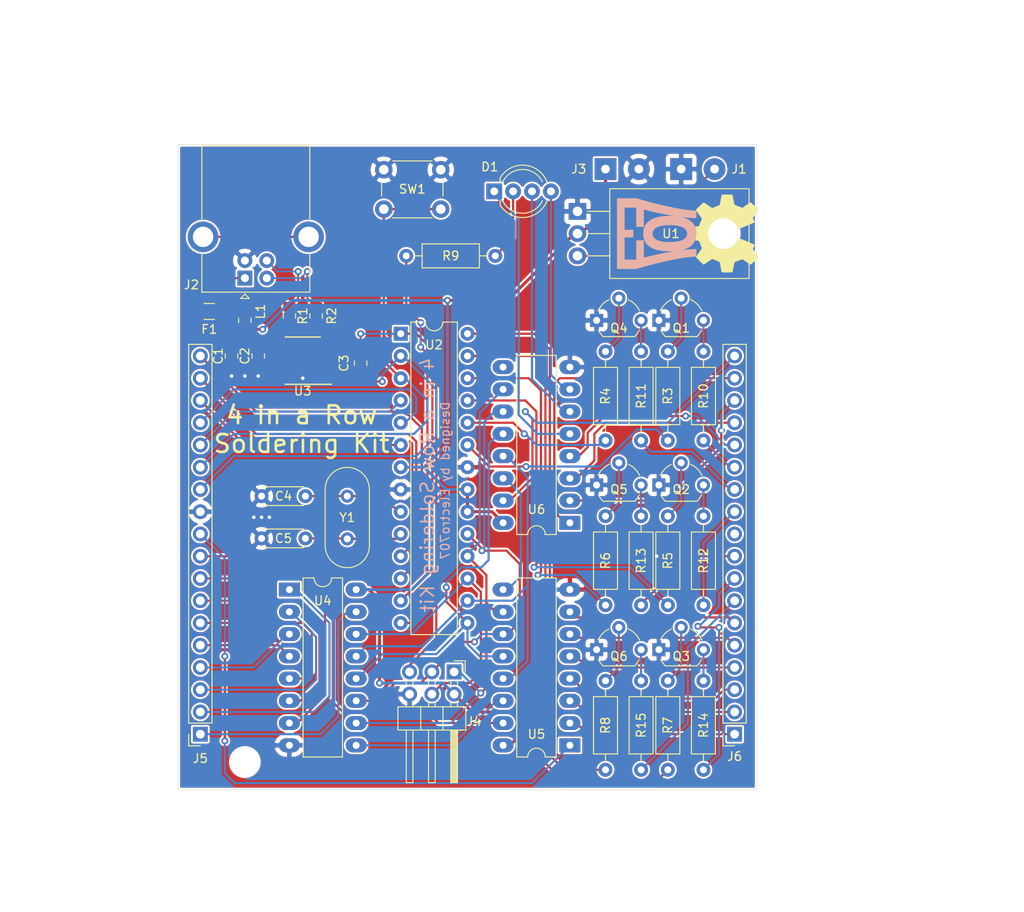
<source format=kicad_pcb>
(kicad_pcb (version 20171130) (host pcbnew 5.1.7)
  (layers (0 F.Cu signal) (31 B.Cu signal) (34 B.Paste user) (35 F.Paste user) (36 B.SilkS user) (37 F.SilkS user) (38 B.Mask user) (39 F.Mask user) (44 Edge.Cuts user))
  (net 0 "")
  (net 1 XTAL1)
  (net 2 XTAL2)
  (net 3 VCC)
  (net 4 ~RESET)
  (net 5 DATA)
  (net 6 SRCLK)
  (net 7 ~SRCLR)
  (net 8 "Net-(R3-Pad2)")
  (net 9 "Net-(R4-Pad2)")
  (net 10 "Net-(R5-Pad2)")
  (net 11 "Net-(R6-Pad2)")
  (net 12 Button1)
  (net 13 Button2)
  (net 14 Button3)
  (net 15 Button4)
  (net 16 Button5)
  (net 17 Button6)
  (net 18 Button7)
  (net 19 ~OE)
  (net 20 RCLK)
  (net 21 Row3_LEDs)
  (net 22 Row6_LEDs)
  (net 23 Row2_LEDs)
  (net 24 Row5_LEDs)
  (net 25 Row1_LEDs)
  (net 26 Row4_LEDs)
  (net 27 /C4R)
  (net 28 /C3B)
  (net 29 /C3G)
  (net 30 /C3R)
  (net 31 /C2B)
  (net 32 /C2G)
  (net 33 /C2R)
  (net 34 /C1B)
  (net 35 /C1G)
  (net 36 /C1R)
  (net 37 /C6G)
  (net 38 /C6B)
  (net 39 /C7R)
  (net 40 /C7G)
  (net 41 /C7B)
  (net 42 /C6R)
  (net 43 /C5B)
  (net 44 /C5G)
  (net 45 /C5R)
  (net 46 /C4B)
  (net 47 /C4G)
  (net 48 GND)
  (net 49 "Net-(U5-Pad9)")
  (net 50 "Net-(D1-Pad4)")
  (net 51 "Net-(D1-Pad3)")
  (net 52 Status_LED)
  (net 53 "Net-(D1-Pad1)")
  (net 54 "Net-(R7-Pad2)")
  (net 55 Button8)
  (net 56 /R6)
  (net 57 /R5)
  (net 58 /R4)
  (net 59 /R3)
  (net 60 /R2)
  (net 61 /R1)
  (net 62 Row1_Base)
  (net 63 Row2_Base)
  (net 64 Row3_Base)
  (net 65 Row4_Base)
  (net 66 Row5_Base)
  (net 67 Row6_Base)
  (net 68 "Net-(F1-Pad2)")
  (net 69 "Net-(F1-Pad1)")
  (net 70 "Net-(J1-Pad2)")
  (net 71 "Net-(J2-Pad5)")
  (net 72 "Net-(J6-Pad10)")
  (net 73 "Net-(U3-Pad16)")
  (net 74 "Net-(U3-Pad15)")
  (net 75 "Net-(U3-Pad14)")
  (net 76 "Net-(U3-Pad7)")
  (net 77 "Net-(U4-Pad9)")
  (net 78 "Net-(U6-Pad9)")
  (net 79 /D+)
  (net 80 /D-)
  (net 81 "Net-(C2-Pad1)")
  (net 82 "Net-(C3-Pad2)")
  (net 83 /DR+)
  (net 84 /DR-)
  (net 85 "Net-(R8-Pad2)")
  (net 86 "Net-(R9-Pad2)")
  (net 87 "Net-(U3-Pad6)")
  (module Symbol:OSHW-Symbol_8.9x8mm_SilkScreen (layer F.Cu) (at 163.83 87.63 90)
    (fp_text reference REF** hide)
    (fp_text value OSHW-Symbol_8.9x8mm_SilkScreen hide)
  )
  (module Logo:new_707_logo_10x11 (layer B.Cu) (at 156.21 87.63 270)
    (fp_text reference G*** hide)
    (fp_text value LOGO hide)
  )
  (module Connector_USB:USB_B_OST_USB-B1HSxx_Horizontal (layer F.Cu) (at 109.22 92.71 90)
    (fp_text reference J2 (at -0.762 -6.096 180) (layer F.SilkS))
    (fp_text value USB_B)
    (pad 1 thru_hole rect (at 0 0 90) (size 1.7 1.7) (drill 0.92) (layers *.Cu *.Mask) (net 68 "Net-(F1-Pad2)"))
    (pad 2 thru_hole circle (at 0 2.5 90) (size 1.7 1.7) (drill 0.92) (layers *.Cu *.Mask) (net 80 /D-))
    (pad 3 thru_hole circle (at 2 2.5 90) (size 1.7 1.7) (drill 0.92) (layers *.Cu *.Mask) (net 79 /D+))
    (pad 4 thru_hole circle (at 2 0 90) (size 1.7 1.7) (drill 0.92) (layers *.Cu *.Mask) (net 48 GND))
    (pad 5 thru_hole circle (at 4.71 -4.77 90) (size 3.5 3.5) (drill 2.33) (layers *.Cu *.Mask) (net 71 "Net-(J2-Pad5)"))
    (pad 5 thru_hole circle (at 4.71 7.27 90) (size 3.5 3.5) (drill 2.33) (layers *.Cu *.Mask) (net 71 "Net-(J2-Pad5)"))
  )
  (module Resistor_SMD:R_0805_2012Metric_Pad1.15x1.40mm_HandSolder (layer F.Cu) (at 117.348 97.028 90)
    (fp_text reference R2 (at 0 1.778 90) (layer F.SilkS))
    (fp_text value 27)
    (pad 2 smd roundrect (at 1.025 0 90) (size 1.15 1.4) (layers F.Cu F.Paste F.Mask) (roundrect_rratio 0.217391) (net 80 /D-))
    (pad 1 smd roundrect (at -1.025 0 90) (size 1.15 1.4) (layers F.Cu F.Paste F.Mask) (roundrect_rratio 0.217391) (net 84 /DR-))
  )
  (module Resistor_SMD:R_0805_2012Metric_Pad1.15x1.40mm_HandSolder (layer F.Cu) (at 114.3 97.028 90)
    (fp_text reference R1 (at 0 1.524 90) (layer F.SilkS))
    (fp_text value 27)
    (pad 2 smd roundrect (at 1.025 0 90) (size 1.15 1.4) (layers F.Cu F.Paste F.Mask) (roundrect_rratio 0.217391) (net 79 /D+))
    (pad 1 smd roundrect (at -1.025 0 90) (size 1.15 1.4) (layers F.Cu F.Paste F.Mask) (roundrect_rratio 0.217391) (net 83 /DR+))
  )
  (module Capacitor_SMD:C_0805_2012Metric_Pad1.15x1.40mm_HandSolder (layer F.Cu) (at 110.744 101.6 270)
    (fp_text reference C2 (at 0 1.524 90) (layer F.SilkS))
    (fp_text value 100nF)
    (pad 2 smd roundrect (at 1.025 0 270) (size 1.15 1.4) (layers F.Cu F.Paste F.Mask) (roundrect_rratio 0.217391) (net 48 GND))
    (pad 1 smd roundrect (at -1.025 0 270) (size 1.15 1.4) (layers F.Cu F.Paste F.Mask) (roundrect_rratio 0.217391) (net 81 "Net-(C2-Pad1)"))
  )
  (module Capacitor_SMD:C_0805_2012Metric_Pad1.15x1.40mm_HandSolder (layer F.Cu) (at 107.696 101.6 270)
    (fp_text reference C1 (at 0 1.524 90) (layer F.SilkS))
    (fp_text value C)
    (pad 2 smd roundrect (at 1.025 0 270) (size 1.15 1.4) (layers F.Cu F.Paste F.Mask) (roundrect_rratio 0.217391) (net 48 GND))
    (pad 1 smd roundrect (at -1.025 0 270) (size 1.15 1.4) (layers F.Cu F.Paste F.Mask) (roundrect_rratio 0.217391) (net 3 VCC))
  )
  (module Package_SO:SSOP-16_3.9x4.9mm_P0.635mm (layer F.Cu) (at 115.824 102.108 180)
    (fp_text reference U3 (at 0 -3.5) (layer F.SilkS))
    (fp_text value FT230XS)
    (pad 16 smd rect (at 2.6 -2.2225 180) (size 1.2 0.4) (layers F.Cu F.Paste F.Mask) (net 73 "Net-(U3-Pad16)"))
    (pad 15 smd rect (at 2.6 -1.5875 180) (size 1.2 0.4) (layers F.Cu F.Paste F.Mask) (net 74 "Net-(U3-Pad15)"))
    (pad 14 smd rect (at 2.6 -0.9525 180) (size 1.2 0.4) (layers F.Cu F.Paste F.Mask) (net 75 "Net-(U3-Pad14)"))
    (pad 13 smd rect (at 2.6 -0.3175 180) (size 1.2 0.4) (layers F.Cu F.Paste F.Mask) (net 48 GND))
    (pad 12 smd rect (at 2.6 0.3175 180) (size 1.2 0.4) (layers F.Cu F.Paste F.Mask) (net 3 VCC))
    (pad 11 smd rect (at 2.6 0.9525 180) (size 1.2 0.4) (layers F.Cu F.Paste F.Mask) (net 81 "Net-(C2-Pad1)"))
    (pad 10 smd rect (at 2.6 1.5875 180) (size 1.2 0.4) (layers F.Cu F.Paste F.Mask) (net 81 "Net-(C2-Pad1)"))
    (pad 9 smd rect (at 2.6 2.2225 180) (size 1.2 0.4) (layers F.Cu F.Paste F.Mask) (net 83 /DR+))
    (pad 8 smd rect (at -2.6 2.2225 180) (size 1.2 0.4) (layers F.Cu F.Paste F.Mask) (net 84 /DR-))
    (pad 7 smd rect (at -2.6 1.5875 180) (size 1.2 0.4) (layers F.Cu F.Paste F.Mask) (net 76 "Net-(U3-Pad7)"))
    (pad 6 smd rect (at -2.6 0.9525 180) (size 1.2 0.4) (layers F.Cu F.Paste F.Mask) (net 87 "Net-(U3-Pad6)"))
    (pad 5 smd rect (at -2.6 0.3175 180) (size 1.2 0.4) (layers F.Cu F.Paste F.Mask) (net 48 GND))
    (pad 4 smd rect (at -2.6 -0.3175 180) (size 1.2 0.4) (layers F.Cu F.Paste F.Mask) (net 13 Button2))
    (pad 3 smd rect (at -2.6 -0.9525 180) (size 1.2 0.4) (layers F.Cu F.Paste F.Mask) (net 81 "Net-(C2-Pad1)"))
    (pad 2 smd rect (at -2.6 -1.5875 180) (size 1.2 0.4) (layers F.Cu F.Paste F.Mask) (net 82 "Net-(C3-Pad2)"))
    (pad 1 smd rect (at -2.6 -2.2225 180) (size 1.2 0.4) (layers F.Cu F.Paste F.Mask) (net 12 Button1))
  )
  (module Inductor_SMD:L_0805_2012Metric_Pad1.15x1.40mm_HandSolder (layer F.Cu) (at 109.22 97.536 90)
    (fp_text reference L1 (at 1.016 1.778 90) (layer F.SilkS))
    (fp_text value BLM21AG102SN1D)
    (pad 2 smd roundrect (at 1.025 0 90) (size 1.15 1.4) (layers F.Cu F.Paste F.Mask) (roundrect_rratio 0.217391) (net 69 "Net-(F1-Pad1)"))
    (pad 1 smd roundrect (at -1.025 0 90) (size 1.15 1.4) (layers F.Cu F.Paste F.Mask) (roundrect_rratio 0.217391) (net 3 VCC))
  )
  (module Fuse:Fuse_1206_3216Metric_Pad1.42x1.75mm_HandSolder (layer F.Cu) (at 105.156 96.52 180)
    (fp_text reference F1 (at 0 -2.032) (layer F.SilkS))
    (fp_text value Polyfuse)
    (pad 2 smd roundrect (at 1.4875 0 180) (size 1.425 1.75) (layers F.Cu F.Paste F.Mask) (roundrect_rratio 0.175439) (net 68 "Net-(F1-Pad2)"))
    (pad 1 smd roundrect (at -1.4875 0 180) (size 1.425 1.75) (layers F.Cu F.Paste F.Mask) (roundrect_rratio 0.175439) (net 69 "Net-(F1-Pad1)"))
  )
  (module Capacitor_SMD:C_0805_2012Metric_Pad1.15x1.40mm_HandSolder (layer F.Cu) (at 122.428 102.4255 270)
    (fp_text reference C3 (at 0 1.905 90) (layer F.SilkS))
    (fp_text value 100nF)
    (pad 2 smd roundrect (at 1.025 0 270) (size 1.15 1.4) (layers F.Cu F.Paste F.Mask) (roundrect_rratio 0.217391) (net 82 "Net-(C3-Pad2)"))
    (pad 1 smd roundrect (at -1.025 0 270) (size 1.15 1.4) (layers F.Cu F.Paste F.Mask) (roundrect_rratio 0.217391) (net 4 ~RESET))
  )
  (module MountingHole:MountingHole_3.2mm_M3_DIN965 (layer F.Cu) (at 109.22 147.955)
    (fp_text reference H1 hide)
    (fp_text value MountingHole)
    (pad 1 np_thru_hole circle (at 0 0) (size 3.2 3.2) (drill 3.2) (layers *.Cu *.Mask))
  )
  (module Package_TO_SOT_THT:TO-220-3_Horizontal_TabDown (layer F.Cu) (at 147.17 85.09 270)
    (fp_text reference U1 (at 2.54 -10.668 180) (layer F.SilkS))
    (fp_text value AZ1117-5.0)
    (pad 3 thru_hole oval (at 5.08 0 270) (size 1.905 2) (drill 1.1) (layers *.Cu *.Mask) (net 70 "Net-(J1-Pad2)"))
    (pad 2 thru_hole oval (at 2.54 0 270) (size 1.905 2) (drill 1.1) (layers *.Cu *.Mask) (net 3 VCC))
    (pad 1 thru_hole rect (at 0 0 270) (size 1.905 2) (drill 1.1) (layers *.Cu *.Mask) (net 48 GND))
    (pad "" np_thru_hole oval (at 2.54 -16.66 270) (size 3.5 3.5) (drill 3.5) (layers *.Cu *.Mask))
  )
  (module Package_TO_SOT_THT:TO-92_Wide (layer F.Cu) (at 149.352 135.128)
    (fp_text reference Q6 (at 2.55 0.762) (layer F.SilkS))
    (fp_text value 2N3904)
    (pad 1 thru_hole rect (at 0 0 90) (size 1.5 1.5) (drill 0.8) (layers *.Cu *.Mask) (net 48 GND))
    (pad 3 thru_hole circle (at 5.08 0 90) (size 1.5 1.5) (drill 0.8) (layers *.Cu *.Mask) (net 22 Row6_LEDs))
    (pad 2 thru_hole circle (at 2.54 -2.54 90) (size 1.5 1.5) (drill 0.8) (layers *.Cu *.Mask) (net 67 Row6_Base))
  )
  (module Package_TO_SOT_THT:TO-92_Wide (layer F.Cu) (at 156.464 135.128)
    (fp_text reference Q3 (at 2.55 0.762) (layer F.SilkS))
    (fp_text value 2N3904)
    (pad 1 thru_hole rect (at 0 0 90) (size 1.5 1.5) (drill 0.8) (layers *.Cu *.Mask) (net 48 GND))
    (pad 3 thru_hole circle (at 5.08 0 90) (size 1.5 1.5) (drill 0.8) (layers *.Cu *.Mask) (net 24 Row5_LEDs))
    (pad 2 thru_hole circle (at 2.54 -2.54 90) (size 1.5 1.5) (drill 0.8) (layers *.Cu *.Mask) (net 66 Row5_Base))
  )
  (module Package_TO_SOT_THT:TO-92_Wide (layer F.Cu) (at 149.352 116.332)
    (fp_text reference Q5 (at 2.55 0.508) (layer F.SilkS))
    (fp_text value 2N3904)
    (pad 1 thru_hole rect (at 0 0 90) (size 1.5 1.5) (drill 0.8) (layers *.Cu *.Mask) (net 48 GND))
    (pad 3 thru_hole circle (at 5.08 0 90) (size 1.5 1.5) (drill 0.8) (layers *.Cu *.Mask) (net 26 Row4_LEDs))
    (pad 2 thru_hole circle (at 2.54 -2.54 90) (size 1.5 1.5) (drill 0.8) (layers *.Cu *.Mask) (net 65 Row4_Base))
  )
  (module Package_TO_SOT_THT:TO-92_Wide (layer F.Cu) (at 156.464 116.332)
    (fp_text reference Q2 (at 2.55 0.508) (layer F.SilkS))
    (fp_text value 2N3904)
    (pad 1 thru_hole rect (at 0 0 90) (size 1.5 1.5) (drill 0.8) (layers *.Cu *.Mask) (net 48 GND))
    (pad 3 thru_hole circle (at 5.08 0 90) (size 1.5 1.5) (drill 0.8) (layers *.Cu *.Mask) (net 21 Row3_LEDs))
    (pad 2 thru_hole circle (at 2.54 -2.54 90) (size 1.5 1.5) (drill 0.8) (layers *.Cu *.Mask) (net 64 Row3_Base))
  )
  (module Package_TO_SOT_THT:TO-92_Wide (layer F.Cu) (at 149.352 97.536)
    (fp_text reference Q4 (at 2.55 0.889) (layer F.SilkS))
    (fp_text value 2N3904)
    (pad 1 thru_hole rect (at 0 0 90) (size 1.5 1.5) (drill 0.8) (layers *.Cu *.Mask) (net 48 GND))
    (pad 3 thru_hole circle (at 5.08 0 90) (size 1.5 1.5) (drill 0.8) (layers *.Cu *.Mask) (net 23 Row2_LEDs))
    (pad 2 thru_hole circle (at 2.54 -2.54 90) (size 1.5 1.5) (drill 0.8) (layers *.Cu *.Mask) (net 63 Row2_Base))
  )
  (module Package_TO_SOT_THT:TO-92_Wide (layer F.Cu) (at 156.464 97.536)
    (fp_text reference Q1 (at 2.55 0.889) (layer F.SilkS))
    (fp_text value 2N3904)
    (pad 1 thru_hole rect (at 0 0 90) (size 1.5 1.5) (drill 0.8) (layers *.Cu *.Mask) (net 48 GND))
    (pad 3 thru_hole circle (at 5.08 0 90) (size 1.5 1.5) (drill 0.8) (layers *.Cu *.Mask) (net 25 Row1_LEDs))
    (pad 2 thru_hole circle (at 2.54 -2.54 90) (size 1.5 1.5) (drill 0.8) (layers *.Cu *.Mask) (net 62 Row1_Base))
  )
  (module Resistor_THT:R_Axial_DIN0207_L6.3mm_D2.5mm_P10.16mm_Horizontal (layer F.Cu) (at 154.432 148.844 90)
    (fp_text reference R15 (at 5.08 0 90) (layer F.SilkS))
    (fp_text value 100)
    (pad 2 thru_hole oval (at 10.16 0 90) (size 1.6 1.6) (drill 0.8) (layers *.Cu *.Mask) (net 22 Row6_LEDs))
    (pad 1 thru_hole circle (at 0 0 90) (size 1.6 1.6) (drill 0.8) (layers *.Cu *.Mask) (net 56 /R6))
  )
  (module Resistor_THT:R_Axial_DIN0207_L6.3mm_D2.5mm_P10.16mm_Horizontal (layer F.Cu) (at 161.544 148.844 90)
    (fp_text reference R14 (at 5.08 0 90) (layer F.SilkS))
    (fp_text value 100)
    (pad 2 thru_hole oval (at 10.16 0 90) (size 1.6 1.6) (drill 0.8) (layers *.Cu *.Mask) (net 24 Row5_LEDs))
    (pad 1 thru_hole circle (at 0 0 90) (size 1.6 1.6) (drill 0.8) (layers *.Cu *.Mask) (net 57 /R5))
  )
  (module Resistor_THT:R_Axial_DIN0207_L6.3mm_D2.5mm_P10.16mm_Horizontal (layer F.Cu) (at 154.432 130.048 90)
    (fp_text reference R13 (at 5.08 0 90) (layer F.SilkS))
    (fp_text value 100)
    (pad 2 thru_hole oval (at 10.16 0 90) (size 1.6 1.6) (drill 0.8) (layers *.Cu *.Mask) (net 26 Row4_LEDs))
    (pad 1 thru_hole circle (at 0 0 90) (size 1.6 1.6) (drill 0.8) (layers *.Cu *.Mask) (net 58 /R4))
  )
  (module Resistor_THT:R_Axial_DIN0207_L6.3mm_D2.5mm_P10.16mm_Horizontal (layer F.Cu) (at 161.544 130.048 90)
    (fp_text reference R12 (at 5.08 0 90) (layer F.SilkS))
    (fp_text value 100)
    (pad 2 thru_hole oval (at 10.16 0 90) (size 1.6 1.6) (drill 0.8) (layers *.Cu *.Mask) (net 21 Row3_LEDs))
    (pad 1 thru_hole circle (at 0 0 90) (size 1.6 1.6) (drill 0.8) (layers *.Cu *.Mask) (net 59 /R3))
  )
  (module Resistor_THT:R_Axial_DIN0207_L6.3mm_D2.5mm_P10.16mm_Horizontal (layer F.Cu) (at 154.432 111.252 90)
    (fp_text reference R11 (at 5.08 0 90) (layer F.SilkS))
    (fp_text value 100)
    (pad 2 thru_hole oval (at 10.16 0 90) (size 1.6 1.6) (drill 0.8) (layers *.Cu *.Mask) (net 23 Row2_LEDs))
    (pad 1 thru_hole circle (at 0 0 90) (size 1.6 1.6) (drill 0.8) (layers *.Cu *.Mask) (net 60 /R2))
  )
  (module Resistor_THT:R_Axial_DIN0207_L6.3mm_D2.5mm_P10.16mm_Horizontal (layer F.Cu) (at 161.544 111.252 90)
    (fp_text reference R10 (at 5.08 0 90) (layer F.SilkS))
    (fp_text value 100)
    (pad 2 thru_hole oval (at 10.16 0 90) (size 1.6 1.6) (drill 0.8) (layers *.Cu *.Mask) (net 25 Row1_LEDs))
    (pad 1 thru_hole circle (at 0 0 90) (size 1.6 1.6) (drill 0.8) (layers *.Cu *.Mask) (net 61 /R1))
  )
  (module Connector_PinHeader_2.54mm:PinHeader_2x03_P2.54mm_Horizontal (layer F.Cu) (at 133.096 137.668 270)
    (fp_text reference J4 (at 5.655 -2.27 180) (layer F.SilkS))
    (fp_text value AVR-ISP-6)
    (pad 6 thru_hole oval (at 2.54 5.08 270) (size 1.7 1.7) (drill 1) (layers *.Cu *.Mask) (net 48 GND))
    (pad 5 thru_hole oval (at 0 5.08 270) (size 1.7 1.7) (drill 1) (layers *.Cu *.Mask) (net 4 ~RESET))
    (pad 4 thru_hole oval (at 2.54 2.54 270) (size 1.7 1.7) (drill 1) (layers *.Cu *.Mask) (net 5 DATA))
    (pad 3 thru_hole oval (at 0 2.54 270) (size 1.7 1.7) (drill 1) (layers *.Cu *.Mask) (net 6 SRCLK))
    (pad 2 thru_hole oval (at 2.54 0 270) (size 1.7 1.7) (drill 1) (layers *.Cu *.Mask) (net 3 VCC))
    (pad 1 thru_hole rect (at 0 0 270) (size 1.7 1.7) (drill 1) (layers *.Cu *.Mask) (net 7 ~SRCLR))
  )
  (module Button_Switch_THT:SW_PUSH_6mm_H5mm (layer F.Cu) (at 131.572 84.836 180)
    (fp_text reference SW1 (at 3.25 2.286) (layer F.SilkS))
    (fp_text value SW_SPST)
    (pad 1 thru_hole circle (at 6.5 0 270) (size 2 2) (drill 1.1) (layers *.Cu *.Mask) (net 55 Button8))
    (pad 2 thru_hole circle (at 6.5 4.5 270) (size 2 2) (drill 1.1) (layers *.Cu *.Mask) (net 48 GND))
    (pad 1 thru_hole circle (at 0 0 270) (size 2 2) (drill 1.1) (layers *.Cu *.Mask) (net 55 Button8))
    (pad 2 thru_hole circle (at 0 4.5 270) (size 2 2) (drill 1.1) (layers *.Cu *.Mask) (net 48 GND))
  )
  (module Resistor_THT:R_Axial_DIN0207_L6.3mm_D2.5mm_P10.16mm_Horizontal (layer F.Cu) (at 137.795 90.17 180)
    (fp_text reference R9 (at 5.08 0) (layer F.SilkS))
    (fp_text value 330)
    (pad 2 thru_hole oval (at 10.16 0 180) (size 1.6 1.6) (drill 0.8) (layers *.Cu *.Mask) (net 86 "Net-(R9-Pad2)"))
    (pad 1 thru_hole circle (at 0 0 180) (size 1.6 1.6) (drill 0.8) (layers *.Cu *.Mask) (net 52 Status_LED))
  )
  (module LED_THT:LED_D5.0mm-4_RGB_Wide_Pins (layer F.Cu) (at 137.668 82.804)
    (fp_text reference D1 (at -0.508 -2.794) (layer F.SilkS))
    (fp_text value LED_RCGB)
    (pad 4 thru_hole circle (at 6.477 0) (size 1.8 1.8) (drill 0.9) (layers *.Cu *.Mask) (net 50 "Net-(D1-Pad4)"))
    (pad 3 thru_hole circle (at 4.318 0) (size 1.8 1.8) (drill 0.9) (layers *.Cu *.Mask) (net 51 "Net-(D1-Pad3)"))
    (pad 2 thru_hole circle (at 2.159 0) (size 1.8 1.8) (drill 0.9) (layers *.Cu *.Mask) (net 52 Status_LED))
    (pad 1 thru_hole rect (at 0 0) (size 1.8 1.8) (drill 0.9) (layers *.Cu *.Mask) (net 53 "Net-(D1-Pad1)"))
  )
  (module Connector_Wire:SolderWirePad_1x02_P3.81mm_Drill1mm (layer F.Cu) (at 150.368 80.264)
    (fp_text reference J3 (at -3.048 0) (layer F.SilkS))
    (fp_text value Conn_01x02)
    (pad 1 thru_hole rect (at 0 0) (size 2.49936 2.49936) (drill 1.00076) (layers *.Cu *.Mask) (net 3 VCC))
    (pad 2 thru_hole circle (at 3.81 0) (size 2.49936 2.49936) (drill 1.00076) (layers *.Cu *.Mask) (net 48 GND))
  )
  (module Connector_Wire:SolderWirePad_1x02_P3.81mm_Drill1mm (layer F.Cu) (at 159.004 80.264)
    (fp_text reference J1 (at 6.604 0) (layer F.SilkS))
    (fp_text value Conn_01x02)
    (pad 1 thru_hole rect (at 0 0) (size 2.49936 2.49936) (drill 1.00076) (layers *.Cu *.Mask) (net 48 GND))
    (pad 2 thru_hole circle (at 3.81 0) (size 2.49936 2.49936) (drill 1.00076) (layers *.Cu *.Mask) (net 70 "Net-(J1-Pad2)"))
  )
  (module Crystal:Crystal_HC49-4H_Vertical (layer F.Cu) (at 120.904 117.602 270)
    (fp_text reference Y1 (at 2.44 0 180) (layer F.SilkS))
    (fp_text value "16 Mhz")
    (pad 2 thru_hole circle (at 4.88 0 270) (size 1.5 1.5) (drill 0.8) (layers *.Cu *.Mask) (net 2 XTAL2))
    (pad 1 thru_hole circle (at 0 0 270) (size 1.5 1.5) (drill 0.8) (layers *.Cu *.Mask) (net 1 XTAL1))
  )
  (module Connector_PinSocket_2.54mm:PinSocket_1x18_P2.54mm_Vertical (layer F.Cu) (at 165.1 144.78 180)
    (fp_text reference J6 (at 0 -2.54) (layer F.SilkS))
    (fp_text value Conn_01x18_Female)
    (pad 1 thru_hole rect (at 0 0 180) (size 1.7 1.7) (drill 1) (layers *.Cu *.Mask) (net 47 /C4G))
    (pad 2 thru_hole oval (at 0 2.54 180) (size 1.7 1.7) (drill 1) (layers *.Cu *.Mask) (net 46 /C4B))
    (pad 3 thru_hole oval (at 0 5.08 180) (size 1.7 1.7) (drill 1) (layers *.Cu *.Mask) (net 45 /C5R))
    (pad 4 thru_hole oval (at 0 7.62 180) (size 1.7 1.7) (drill 1) (layers *.Cu *.Mask) (net 44 /C5G))
    (pad 5 thru_hole oval (at 0 10.16 180) (size 1.7 1.7) (drill 1) (layers *.Cu *.Mask) (net 43 /C5B))
    (pad 6 thru_hole oval (at 0 12.7 180) (size 1.7 1.7) (drill 1) (layers *.Cu *.Mask) (net 42 /C6R))
    (pad 7 thru_hole oval (at 0 15.24 180) (size 1.7 1.7) (drill 1) (layers *.Cu *.Mask) (net 56 /R6))
    (pad 8 thru_hole oval (at 0 17.78 180) (size 1.7 1.7) (drill 1) (layers *.Cu *.Mask) (net 57 /R5))
    (pad 9 thru_hole oval (at 0 20.32 180) (size 1.7 1.7) (drill 1) (layers *.Cu *.Mask) (net 58 /R4))
    (pad 10 thru_hole oval (at 0 22.86 180) (size 1.7 1.7) (drill 1) (layers *.Cu *.Mask) (net 72 "Net-(J6-Pad10)"))
    (pad 11 thru_hole oval (at 0 25.4 180) (size 1.7 1.7) (drill 1) (layers *.Cu *.Mask) (net 59 /R3))
    (pad 12 thru_hole oval (at 0 27.94 180) (size 1.7 1.7) (drill 1) (layers *.Cu *.Mask) (net 60 /R2))
    (pad 13 thru_hole oval (at 0 30.48 180) (size 1.7 1.7) (drill 1) (layers *.Cu *.Mask) (net 61 /R1))
    (pad 14 thru_hole oval (at 0 33.02 180) (size 1.7 1.7) (drill 1) (layers *.Cu *.Mask) (net 41 /C7B))
    (pad 15 thru_hole oval (at 0 35.56 180) (size 1.7 1.7) (drill 1) (layers *.Cu *.Mask) (net 40 /C7G))
    (pad 16 thru_hole oval (at 0 38.1 180) (size 1.7 1.7) (drill 1) (layers *.Cu *.Mask) (net 39 /C7R))
    (pad 17 thru_hole oval (at 0 40.64 180) (size 1.7 1.7) (drill 1) (layers *.Cu *.Mask) (net 38 /C6B))
    (pad 18 thru_hole oval (at 0 43.18 180) (size 1.7 1.7) (drill 1) (layers *.Cu *.Mask) (net 37 /C6G))
  )
  (module Connector_PinSocket_2.54mm:PinSocket_1x18_P2.54mm_Vertical (layer F.Cu) (at 104.14 144.78 180)
    (fp_text reference J5 (at 0 -2.77) (layer F.SilkS))
    (fp_text value Conn_01x18_Female)
    (pad 1 thru_hole rect (at 0 0 180) (size 1.7 1.7) (drill 1) (layers *.Cu *.Mask) (net 36 /C1R))
    (pad 2 thru_hole oval (at 0 2.54 180) (size 1.7 1.7) (drill 1) (layers *.Cu *.Mask) (net 35 /C1G))
    (pad 3 thru_hole oval (at 0 5.08 180) (size 1.7 1.7) (drill 1) (layers *.Cu *.Mask) (net 34 /C1B))
    (pad 4 thru_hole oval (at 0 7.62 180) (size 1.7 1.7) (drill 1) (layers *.Cu *.Mask) (net 33 /C2R))
    (pad 5 thru_hole oval (at 0 10.16 180) (size 1.7 1.7) (drill 1) (layers *.Cu *.Mask) (net 32 /C2G))
    (pad 6 thru_hole oval (at 0 12.7 180) (size 1.7 1.7) (drill 1) (layers *.Cu *.Mask) (net 31 /C2B))
    (pad 7 thru_hole oval (at 0 15.24 180) (size 1.7 1.7) (drill 1) (layers *.Cu *.Mask) (net 30 /C3R))
    (pad 8 thru_hole oval (at 0 17.78 180) (size 1.7 1.7) (drill 1) (layers *.Cu *.Mask) (net 29 /C3G))
    (pad 9 thru_hole oval (at 0 20.32 180) (size 1.7 1.7) (drill 1) (layers *.Cu *.Mask) (net 28 /C3B))
    (pad 10 thru_hole oval (at 0 22.86 180) (size 1.7 1.7) (drill 1) (layers *.Cu *.Mask) (net 27 /C4R))
    (pad 11 thru_hole oval (at 0 25.4 180) (size 1.7 1.7) (drill 1) (layers *.Cu *.Mask) (net 48 GND))
    (pad 12 thru_hole oval (at 0 27.94 180) (size 1.7 1.7) (drill 1) (layers *.Cu *.Mask) (net 12 Button1))
    (pad 13 thru_hole oval (at 0 30.48 180) (size 1.7 1.7) (drill 1) (layers *.Cu *.Mask) (net 13 Button2))
    (pad 14 thru_hole oval (at 0 33.02 180) (size 1.7 1.7) (drill 1) (layers *.Cu *.Mask) (net 14 Button3))
    (pad 15 thru_hole oval (at 0 35.56 180) (size 1.7 1.7) (drill 1) (layers *.Cu *.Mask) (net 15 Button4))
    (pad 16 thru_hole oval (at 0 38.1 180) (size 1.7 1.7) (drill 1) (layers *.Cu *.Mask) (net 16 Button5))
    (pad 17 thru_hole oval (at 0 40.64 180) (size 1.7 1.7) (drill 1) (layers *.Cu *.Mask) (net 17 Button6))
    (pad 18 thru_hole oval (at 0 43.18 180) (size 1.7 1.7) (drill 1) (layers *.Cu *.Mask) (net 18 Button7))
  )
  (module Package_DIP:DIP-16_W7.62mm_LongPads (layer F.Cu) (at 114.3 128.27)
    (fp_text reference U4 (at 3.81 1.27) (layer F.SilkS))
    (fp_text value 74HC595)
    (pad 1 thru_hole rect (at 0 0) (size 2.4 1.6) (drill 0.8) (layers *.Cu *.Mask) (net 35 /C1G))
    (pad 9 thru_hole oval (at 7.62 17.78) (size 2.4 1.6) (drill 0.8) (layers *.Cu *.Mask) (net 77 "Net-(U4-Pad9)"))
    (pad 2 thru_hole oval (at 0 2.54) (size 2.4 1.6) (drill 0.8) (layers *.Cu *.Mask) (net 34 /C1B))
    (pad 10 thru_hole oval (at 7.62 15.24) (size 2.4 1.6) (drill 0.8) (layers *.Cu *.Mask) (net 7 ~SRCLR))
    (pad 3 thru_hole oval (at 0 5.08) (size 2.4 1.6) (drill 0.8) (layers *.Cu *.Mask) (net 33 /C2R))
    (pad 11 thru_hole oval (at 7.62 12.7) (size 2.4 1.6) (drill 0.8) (layers *.Cu *.Mask) (net 6 SRCLK))
    (pad 4 thru_hole oval (at 0 7.62) (size 2.4 1.6) (drill 0.8) (layers *.Cu *.Mask) (net 32 /C2G))
    (pad 12 thru_hole oval (at 7.62 10.16) (size 2.4 1.6) (drill 0.8) (layers *.Cu *.Mask) (net 20 RCLK))
    (pad 5 thru_hole oval (at 0 10.16) (size 2.4 1.6) (drill 0.8) (layers *.Cu *.Mask) (net 31 /C2B))
    (pad 13 thru_hole oval (at 7.62 7.62) (size 2.4 1.6) (drill 0.8) (layers *.Cu *.Mask) (net 19 ~OE))
    (pad 6 thru_hole oval (at 0 12.7) (size 2.4 1.6) (drill 0.8) (layers *.Cu *.Mask) (net 30 /C3R))
    (pad 14 thru_hole oval (at 7.62 5.08) (size 2.4 1.6) (drill 0.8) (layers *.Cu *.Mask) (net 5 DATA))
    (pad 7 thru_hole oval (at 0 15.24) (size 2.4 1.6) (drill 0.8) (layers *.Cu *.Mask) (net 29 /C3G))
    (pad 15 thru_hole oval (at 7.62 2.54) (size 2.4 1.6) (drill 0.8) (layers *.Cu *.Mask) (net 36 /C1R))
    (pad 8 thru_hole oval (at 0 17.78) (size 2.4 1.6) (drill 0.8) (layers *.Cu *.Mask) (net 48 GND))
    (pad 16 thru_hole oval (at 7.62 0) (size 2.4 1.6) (drill 0.8) (layers *.Cu *.Mask) (net 3 VCC))
  )
  (module Package_DIP:DIP-28_W7.62mm (layer F.Cu) (at 127 99.06)
    (fp_text reference U2 (at 3.81 1.27) (layer F.SilkS))
    (fp_text value ATmega328P-PU)
    (pad 1 thru_hole rect (at 0 0) (size 1.6 1.6) (drill 0.8) (layers *.Cu *.Mask) (net 4 ~RESET))
    (pad 15 thru_hole oval (at 7.62 33.02) (size 1.6 1.6) (drill 0.8) (layers *.Cu *.Mask) (net 20 RCLK))
    (pad 2 thru_hole oval (at 0 2.54) (size 1.6 1.6) (drill 0.8) (layers *.Cu *.Mask) (net 12 Button1))
    (pad 16 thru_hole oval (at 7.62 30.48) (size 1.6 1.6) (drill 0.8) (layers *.Cu *.Mask) (net 19 ~OE))
    (pad 3 thru_hole oval (at 0 5.08) (size 1.6 1.6) (drill 0.8) (layers *.Cu *.Mask) (net 13 Button2))
    (pad 17 thru_hole oval (at 7.62 27.94) (size 1.6 1.6) (drill 0.8) (layers *.Cu *.Mask) (net 5 DATA))
    (pad 4 thru_hole oval (at 0 7.62) (size 1.6 1.6) (drill 0.8) (layers *.Cu *.Mask) (net 14 Button3))
    (pad 18 thru_hole oval (at 7.62 25.4) (size 1.6 1.6) (drill 0.8) (layers *.Cu *.Mask) (net 7 ~SRCLR))
    (pad 5 thru_hole oval (at 0 10.16) (size 1.6 1.6) (drill 0.8) (layers *.Cu *.Mask) (net 15 Button4))
    (pad 19 thru_hole oval (at 7.62 22.86) (size 1.6 1.6) (drill 0.8) (layers *.Cu *.Mask) (net 6 SRCLK))
    (pad 6 thru_hole oval (at 0 12.7) (size 1.6 1.6) (drill 0.8) (layers *.Cu *.Mask) (net 16 Button5))
    (pad 20 thru_hole oval (at 7.62 20.32) (size 1.6 1.6) (drill 0.8) (layers *.Cu *.Mask) (net 3 VCC))
    (pad 7 thru_hole oval (at 0 15.24) (size 1.6 1.6) (drill 0.8) (layers *.Cu *.Mask) (net 3 VCC))
    (pad 21 thru_hole oval (at 7.62 17.78) (size 1.6 1.6) (drill 0.8) (layers *.Cu *.Mask) (net 3 VCC))
    (pad 8 thru_hole oval (at 0 17.78) (size 1.6 1.6) (drill 0.8) (layers *.Cu *.Mask) (net 48 GND))
    (pad 22 thru_hole oval (at 7.62 15.24) (size 1.6 1.6) (drill 0.8) (layers *.Cu *.Mask) (net 48 GND))
    (pad 9 thru_hole oval (at 0 20.32) (size 1.6 1.6) (drill 0.8) (layers *.Cu *.Mask) (net 1 XTAL1))
    (pad 23 thru_hole oval (at 7.62 12.7) (size 1.6 1.6) (drill 0.8) (layers *.Cu *.Mask) (net 8 "Net-(R3-Pad2)"))
    (pad 10 thru_hole oval (at 0 22.86) (size 1.6 1.6) (drill 0.8) (layers *.Cu *.Mask) (net 2 XTAL2))
    (pad 24 thru_hole oval (at 7.62 10.16) (size 1.6 1.6) (drill 0.8) (layers *.Cu *.Mask) (net 9 "Net-(R4-Pad2)"))
    (pad 11 thru_hole oval (at 0 25.4) (size 1.6 1.6) (drill 0.8) (layers *.Cu *.Mask) (net 17 Button6))
    (pad 25 thru_hole oval (at 7.62 7.62) (size 1.6 1.6) (drill 0.8) (layers *.Cu *.Mask) (net 10 "Net-(R5-Pad2)"))
    (pad 12 thru_hole oval (at 0 27.94) (size 1.6 1.6) (drill 0.8) (layers *.Cu *.Mask) (net 18 Button7))
    (pad 26 thru_hole oval (at 7.62 5.08) (size 1.6 1.6) (drill 0.8) (layers *.Cu *.Mask) (net 11 "Net-(R6-Pad2)"))
    (pad 13 thru_hole oval (at 0 30.48) (size 1.6 1.6) (drill 0.8) (layers *.Cu *.Mask) (net 55 Button8))
    (pad 27 thru_hole oval (at 7.62 2.54) (size 1.6 1.6) (drill 0.8) (layers *.Cu *.Mask) (net 54 "Net-(R7-Pad2)"))
    (pad 14 thru_hole oval (at 0 33.02) (size 1.6 1.6) (drill 0.8) (layers *.Cu *.Mask) (net 86 "Net-(R9-Pad2)"))
    (pad 28 thru_hole oval (at 7.62 0) (size 1.6 1.6) (drill 0.8) (layers *.Cu *.Mask) (net 85 "Net-(R8-Pad2)"))
  )
  (module Resistor_THT:R_Axial_DIN0207_L6.3mm_D2.5mm_P10.16mm_Horizontal (layer F.Cu) (at 150.368 138.684 270)
    (fp_text reference R8 (at 5.08 0 270) (layer F.SilkS))
    (fp_text value 1k)
    (pad 1 thru_hole circle (at 0 0 270) (size 1.6 1.6) (drill 0.8) (layers *.Cu *.Mask) (net 67 Row6_Base))
    (pad 2 thru_hole oval (at 10.16 0 270) (size 1.6 1.6) (drill 0.8) (layers *.Cu *.Mask) (net 85 "Net-(R8-Pad2)"))
  )
  (module Capacitor_THT:C_Disc_D4.3mm_W1.9mm_P5.00mm (layer F.Cu) (at 111.125 122.428)
    (fp_text reference C5 (at 2.5 0) (layer F.SilkS))
    (fp_text value 22pF)
    (pad 1 thru_hole circle (at 0 0) (size 1.6 1.6) (drill 0.8) (layers *.Cu *.Mask) (net 48 GND))
    (pad 2 thru_hole circle (at 5 0) (size 1.6 1.6) (drill 0.8) (layers *.Cu *.Mask) (net 2 XTAL2))
  )
  (module Capacitor_THT:C_Disc_D4.3mm_W1.9mm_P5.00mm (layer F.Cu) (at 111.125 117.602)
    (fp_text reference C4 (at 2.5 0) (layer F.SilkS))
    (fp_text value 22pF)
    (pad 1 thru_hole circle (at 0 0) (size 1.6 1.6) (drill 0.8) (layers *.Cu *.Mask) (net 48 GND))
    (pad 2 thru_hole circle (at 5 0) (size 1.6 1.6) (drill 0.8) (layers *.Cu *.Mask) (net 1 XTAL1))
  )
  (module Package_DIP:DIP-16_W7.62mm_LongPads (layer F.Cu) (at 146.304 120.65 180)
    (fp_text reference U6 (at 3.81 1.524) (layer F.SilkS))
    (fp_text value 74HC595)
    (pad 1 thru_hole rect (at 0 0 180) (size 2.4 1.6) (drill 0.8) (layers *.Cu *.Mask) (net 38 /C6B))
    (pad 9 thru_hole oval (at 7.62 17.78 180) (size 2.4 1.6) (drill 0.8) (layers *.Cu *.Mask) (net 78 "Net-(U6-Pad9)"))
    (pad 2 thru_hole oval (at 0 2.54 180) (size 2.4 1.6) (drill 0.8) (layers *.Cu *.Mask) (net 39 /C7R))
    (pad 10 thru_hole oval (at 7.62 15.24 180) (size 2.4 1.6) (drill 0.8) (layers *.Cu *.Mask) (net 7 ~SRCLR))
    (pad 3 thru_hole oval (at 0 5.08 180) (size 2.4 1.6) (drill 0.8) (layers *.Cu *.Mask) (net 40 /C7G))
    (pad 11 thru_hole oval (at 7.62 12.7 180) (size 2.4 1.6) (drill 0.8) (layers *.Cu *.Mask) (net 6 SRCLK))
    (pad 4 thru_hole oval (at 0 7.62 180) (size 2.4 1.6) (drill 0.8) (layers *.Cu *.Mask) (net 41 /C7B))
    (pad 12 thru_hole oval (at 7.62 10.16 180) (size 2.4 1.6) (drill 0.8) (layers *.Cu *.Mask) (net 20 RCLK))
    (pad 5 thru_hole oval (at 0 10.16 180) (size 2.4 1.6) (drill 0.8) (layers *.Cu *.Mask) (net 53 "Net-(D1-Pad1)"))
    (pad 13 thru_hole oval (at 7.62 7.62 180) (size 2.4 1.6) (drill 0.8) (layers *.Cu *.Mask) (net 19 ~OE))
    (pad 6 thru_hole oval (at 0 12.7 180) (size 2.4 1.6) (drill 0.8) (layers *.Cu *.Mask) (net 51 "Net-(D1-Pad3)"))
    (pad 14 thru_hole oval (at 7.62 5.08 180) (size 2.4 1.6) (drill 0.8) (layers *.Cu *.Mask) (net 49 "Net-(U5-Pad9)"))
    (pad 7 thru_hole oval (at 0 15.24 180) (size 2.4 1.6) (drill 0.8) (layers *.Cu *.Mask) (net 50 "Net-(D1-Pad4)"))
    (pad 15 thru_hole oval (at 7.62 2.54 180) (size 2.4 1.6) (drill 0.8) (layers *.Cu *.Mask) (net 37 /C6G))
    (pad 8 thru_hole oval (at 0 17.78 180) (size 2.4 1.6) (drill 0.8) (layers *.Cu *.Mask) (net 48 GND))
    (pad 16 thru_hole oval (at 7.62 0 180) (size 2.4 1.6) (drill 0.8) (layers *.Cu *.Mask) (net 3 VCC))
  )
  (module Package_DIP:DIP-16_W7.62mm_LongPads (layer F.Cu) (at 146.304 146.05 180)
    (fp_text reference U5 (at 3.81 1.27) (layer F.SilkS))
    (fp_text value 74HC595)
    (pad 1 thru_hole rect (at 0 0 180) (size 2.4 1.6) (drill 0.8) (layers *.Cu *.Mask) (net 27 /C4R))
    (pad 9 thru_hole oval (at 7.62 17.78 180) (size 2.4 1.6) (drill 0.8) (layers *.Cu *.Mask) (net 49 "Net-(U5-Pad9)"))
    (pad 2 thru_hole oval (at 0 2.54 180) (size 2.4 1.6) (drill 0.8) (layers *.Cu *.Mask) (net 47 /C4G))
    (pad 10 thru_hole oval (at 7.62 15.24 180) (size 2.4 1.6) (drill 0.8) (layers *.Cu *.Mask) (net 7 ~SRCLR))
    (pad 3 thru_hole oval (at 0 5.08 180) (size 2.4 1.6) (drill 0.8) (layers *.Cu *.Mask) (net 46 /C4B))
    (pad 11 thru_hole oval (at 7.62 12.7 180) (size 2.4 1.6) (drill 0.8) (layers *.Cu *.Mask) (net 6 SRCLK))
    (pad 4 thru_hole oval (at 0 7.62 180) (size 2.4 1.6) (drill 0.8) (layers *.Cu *.Mask) (net 45 /C5R))
    (pad 12 thru_hole oval (at 7.62 10.16 180) (size 2.4 1.6) (drill 0.8) (layers *.Cu *.Mask) (net 20 RCLK))
    (pad 5 thru_hole oval (at 0 10.16 180) (size 2.4 1.6) (drill 0.8) (layers *.Cu *.Mask) (net 44 /C5G))
    (pad 13 thru_hole oval (at 7.62 7.62 180) (size 2.4 1.6) (drill 0.8) (layers *.Cu *.Mask) (net 19 ~OE))
    (pad 6 thru_hole oval (at 0 12.7 180) (size 2.4 1.6) (drill 0.8) (layers *.Cu *.Mask) (net 43 /C5B))
    (pad 14 thru_hole oval (at 7.62 5.08 180) (size 2.4 1.6) (drill 0.8) (layers *.Cu *.Mask) (net 77 "Net-(U4-Pad9)"))
    (pad 7 thru_hole oval (at 0 15.24 180) (size 2.4 1.6) (drill 0.8) (layers *.Cu *.Mask) (net 42 /C6R))
    (pad 15 thru_hole oval (at 7.62 2.54 180) (size 2.4 1.6) (drill 0.8) (layers *.Cu *.Mask) (net 28 /C3B))
    (pad 8 thru_hole oval (at 0 17.78 180) (size 2.4 1.6) (drill 0.8) (layers *.Cu *.Mask) (net 48 GND))
    (pad 16 thru_hole oval (at 7.62 0 180) (size 2.4 1.6) (drill 0.8) (layers *.Cu *.Mask) (net 3 VCC))
  )
  (module Resistor_THT:R_Axial_DIN0207_L6.3mm_D2.5mm_P10.16mm_Horizontal (layer F.Cu) (at 157.48 138.684 270)
    (fp_text reference R7 (at 5.08 0 270) (layer F.SilkS))
    (fp_text value 1k)
    (pad 1 thru_hole circle (at 0 0 270) (size 1.6 1.6) (drill 0.8) (layers *.Cu *.Mask) (net 66 Row5_Base))
    (pad 2 thru_hole oval (at 10.16 0 270) (size 1.6 1.6) (drill 0.8) (layers *.Cu *.Mask) (net 54 "Net-(R7-Pad2)"))
  )
  (module Resistor_THT:R_Axial_DIN0207_L6.3mm_D2.5mm_P10.16mm_Horizontal (layer F.Cu) (at 150.368 119.888 270)
    (fp_text reference R6 (at 5.08 0 270) (layer F.SilkS))
    (fp_text value 1k)
    (pad 1 thru_hole circle (at 0 0 270) (size 1.6 1.6) (drill 0.8) (layers *.Cu *.Mask) (net 65 Row4_Base))
    (pad 2 thru_hole oval (at 10.16 0 270) (size 1.6 1.6) (drill 0.8) (layers *.Cu *.Mask) (net 11 "Net-(R6-Pad2)"))
  )
  (module Resistor_THT:R_Axial_DIN0207_L6.3mm_D2.5mm_P10.16mm_Horizontal (layer F.Cu) (at 157.48 119.888 270)
    (fp_text reference R5 (at 5.08 0 270) (layer F.SilkS))
    (fp_text value 1k)
    (pad 1 thru_hole circle (at 0 0 270) (size 1.6 1.6) (drill 0.8) (layers *.Cu *.Mask) (net 64 Row3_Base))
    (pad 2 thru_hole oval (at 10.16 0 270) (size 1.6 1.6) (drill 0.8) (layers *.Cu *.Mask) (net 10 "Net-(R5-Pad2)"))
  )
  (module Resistor_THT:R_Axial_DIN0207_L6.3mm_D2.5mm_P10.16mm_Horizontal (layer F.Cu) (at 150.368 101.092 270)
    (fp_text reference R4 (at 5.08 0 270) (layer F.SilkS))
    (fp_text value 1k)
    (pad 1 thru_hole circle (at 0 0 270) (size 1.6 1.6) (drill 0.8) (layers *.Cu *.Mask) (net 63 Row2_Base))
    (pad 2 thru_hole oval (at 10.16 0 270) (size 1.6 1.6) (drill 0.8) (layers *.Cu *.Mask) (net 9 "Net-(R4-Pad2)"))
  )
  (module Resistor_THT:R_Axial_DIN0207_L6.3mm_D2.5mm_P10.16mm_Horizontal (layer F.Cu) (at 157.48 101.092 270)
    (fp_text reference R3 (at 5.08 0 270) (layer F.SilkS))
    (fp_text value 1k)
    (pad 1 thru_hole circle (at 0 0 270) (size 1.6 1.6) (drill 0.8) (layers *.Cu *.Mask) (net 62 Row1_Base))
    (pad 2 thru_hole oval (at 10.16 0 270) (size 1.6 1.6) (drill 0.8) (layers *.Cu *.Mask) (net 8 "Net-(R3-Pad2)"))
  )
  (gr_text "4 in a Row\nSoldering Kit" (at 115.697 109.982) (layer F.SilkS) (effects (font (size 2.032 2.032) (thickness 0.3))))
  (gr_line (start 167.64 77.47) (end 167.64 95.25) (layer Edge.Cuts) (width 0.05))
  (gr_line (start 133.35 77.47) (end 167.64 77.47) (layer Edge.Cuts) (width 0.05))
  (gr_line (start 101.6 77.47) (end 133.35 77.47) (layer Edge.Cuts) (width 0.05))
  (gr_line (start 101.6 95.25) (end 101.6 77.47) (layer Edge.Cuts) (width 0.05))
  (gr_text "Designed by Electro707" (at 132.08 115.824 90) (layer B.SilkS) (effects (font (size 1 1)) (justify mirror)))
  (gr_text "4 in a Row Soldering Kit" (at 130.048 116.332 90) (layer B.SilkS) (effects (font (size 1.524 1.524) (thickness 0.1905)) (justify mirror)))
  (gr_line (start 101.6 95.25) (end 101.6 151.13) (layer Edge.Cuts) (width 0.05))
  (gr_line (start 167.64 151.13) (end 167.64 95.25) (layer Edge.Cuts) (width 0.05))
  (gr_line (start 101.6 151.13) (end 167.64 151.13) (layer Edge.Cuts) (width 0.05))
  (segment (start 126.746 119.38) (end 127 119.38) (width 0.25) (layer F.Cu) (net 1))
  (segment (start 124.968 117.602) (end 126.746 119.38) (width 0.25) (layer F.Cu) (net 1))
  (segment (start 120.904 117.602) (end 124.968 117.602) (width 0.25) (layer F.Cu) (net 1))
  (segment (start 116.379 117.602) (end 120.904 117.602) (width 0.25) (layer F.Cu) (net 1))
  (segment (start 116.125 117.348) (end 116.379 117.602) (width 0.25) (layer F.Cu) (net 1))
  (segment (start 120.85 122.428) (end 120.904 122.482) (width 0.25) (layer F.Cu) (net 2))
  (segment (start 116.125 122.428) (end 120.85 122.428) (width 0.25) (layer F.Cu) (net 2))
  (segment (start 126.438 122.482) (end 127 121.92) (width 0.25) (layer F.Cu) (net 2))
  (segment (start 120.904 122.482) (end 126.438 122.482) (width 0.25) (layer F.Cu) (net 2))
  (segment (start 150.368 80.264) (end 150.368 81.28) (width 0.35) (layer B.Cu) (net 3))
  (segment (start 134.62 116.84) (end 134.62 119.38) (width 0.35) (layer F.Cu) (net 3))
  (segment (start 127 114.3) (end 129.667 114.3) (width 0.35) (layer B.Cu) (net 3))
  (segment (start 132.207 116.84) (end 134.62 116.84) (width 0.35) (layer B.Cu) (net 3))
  (segment (start 129.667 114.3) (end 132.207 116.84) (width 0.35) (layer B.Cu) (net 3))
  (segment (start 130.556 118.491) (end 132.207 116.84) (width 0.35) (layer B.Cu) (net 3))
  (segment (start 130.556 125.984) (end 130.556 118.491) (width 0.35) (layer B.Cu) (net 3))
  (segment (start 128.27 128.27) (end 130.556 125.984) (width 0.35) (layer B.Cu) (net 3))
  (segment (start 121.92 128.27) (end 128.27 128.27) (width 0.35) (layer B.Cu) (net 3))
  (segment (start 137.414 119.38) (end 138.684 120.65) (width 0.35) (layer F.Cu) (net 3))
  (segment (start 134.62 119.38) (end 137.414 119.38) (width 0.35) (layer F.Cu) (net 3))
  (via (at 124.587 138.938) (size 0.8) (drill 0.4) (layers F.Cu B.Cu) (net 3))
  (segment (start 124.587 138.372315) (end 124.587 138.938) (width 0.35) (layer F.Cu) (net 3))
  (segment (start 121.92 128.27) (end 123.37 128.27) (width 0.35) (layer F.Cu) (net 3))
  (segment (start 123.37 128.27) (end 124.587 129.487) (width 0.35) (layer F.Cu) (net 3))
  (segment (start 124.587 129.487) (end 124.587 138.372315) (width 0.35) (layer F.Cu) (net 3))
  (segment (start 133.096 140.208) (end 131.826 138.938) (width 0.35) (layer B.Cu) (net 3))
  (segment (start 131.826 138.938) (end 124.587 138.938) (width 0.35) (layer B.Cu) (net 3))
  (via (at 132.334022 95.25) (size 0.8) (drill 0.4) (layers F.Cu B.Cu) (net 3))
  (segment (start 129.667 114.3) (end 132.334022 111.632978) (width 0.35) (layer B.Cu) (net 3))
  (segment (start 132.334022 111.632978) (end 132.334022 95.815685) (width 0.35) (layer B.Cu) (net 3))
  (segment (start 132.334022 95.815685) (end 132.334022 95.25) (width 0.35) (layer B.Cu) (net 3))
  (segment (start 135.128 142.24) (end 140.208 142.24) (width 0.35) (layer F.Cu) (net 3))
  (segment (start 133.096 140.208) (end 135.128 142.24) (width 0.35) (layer F.Cu) (net 3))
  (segment (start 140.208 142.24) (end 140.97 143.002) (width 0.35) (layer F.Cu) (net 3))
  (segment (start 140.97 143.002) (end 140.97 144.526) (width 0.35) (layer F.Cu) (net 3))
  (segment (start 139.446 146.05) (end 138.684 146.05) (width 0.35) (layer F.Cu) (net 3))
  (segment (start 140.97 144.526) (end 139.446 146.05) (width 0.35) (layer F.Cu) (net 3))
  (segment (start 150.368 84.836) (end 147.574 87.63) (width 0.35) (layer F.Cu) (net 3))
  (segment (start 150.368 80.264) (end 150.368 84.836) (width 0.35) (layer F.Cu) (net 3))
  (segment (start 147.574 87.63) (end 146.812 87.63) (width 0.35) (layer F.Cu) (net 3))
  (segment (start 132.899707 95.25) (end 132.334022 95.25) (width 0.35) (layer F.Cu) (net 3))
  (segment (start 146.812 87.63) (end 139.192 95.25) (width 0.35) (layer F.Cu) (net 3))
  (segment (start 139.192 95.25) (end 132.899707 95.25) (width 0.35) (layer F.Cu) (net 3))
  (segment (start 107.696 100.575) (end 108.721 101.6) (width 0.25) (layer F.Cu) (net 3))
  (segment (start 108.721 101.6) (end 112.193498 101.6) (width 0.25) (layer F.Cu) (net 3))
  (segment (start 112.383998 101.7905) (end 113.224 101.7905) (width 0.25) (layer F.Cu) (net 3))
  (segment (start 112.193498 101.6) (end 112.383998 101.7905) (width 0.25) (layer F.Cu) (net 3))
  (segment (start 109.22 99.051) (end 107.696 100.575) (width 0.35) (layer F.Cu) (net 3))
  (segment (start 109.22 98.561) (end 109.22 99.051) (width 0.35) (layer F.Cu) (net 3))
  (via (at 111.252 98.552) (size 0.8) (drill 0.4) (layers F.Cu B.Cu) (net 3))
  (segment (start 109.229 98.552) (end 109.22 98.561) (width 0.35) (layer F.Cu) (net 3))
  (segment (start 111.252 98.552) (end 109.229 98.552) (width 0.35) (layer F.Cu) (net 3))
  (segment (start 114.554 95.25) (end 132.334022 95.25) (width 0.35) (layer B.Cu) (net 3))
  (segment (start 111.252 98.552) (end 114.554 95.25) (width 0.35) (layer B.Cu) (net 3))
  (segment (start 128.778 99.06) (end 127 99.06) (width 0.25) (layer F.Cu) (net 4))
  (segment (start 131.064 101.346) (end 128.778 99.06) (width 0.25) (layer F.Cu) (net 4))
  (segment (start 128.016 136.906) (end 131.064 133.858) (width 0.25) (layer F.Cu) (net 4))
  (segment (start 131.064 133.858) (end 131.064 101.346) (width 0.25) (layer F.Cu) (net 4))
  (segment (start 128.016 137.668) (end 128.016 136.906) (width 0.25) (layer F.Cu) (net 4))
  (via (at 122.428 99.06001) (size 0.8) (drill 0.4) (layers F.Cu B.Cu) (net 4))
  (segment (start 122.428 101.4005) (end 122.428 99.06001) (width 0.25) (layer F.Cu) (net 4))
  (segment (start 127 99.06) (end 122.42801 99.06) (width 0.25) (layer B.Cu) (net 4))
  (segment (start 122.42801 99.06) (end 122.428 99.06001) (width 0.25) (layer B.Cu) (net 4))
  (segment (start 136.144 137.668) (end 136.144 128.524) (width 0.25) (layer F.Cu) (net 5))
  (segment (start 136.144 128.524) (end 134.62 127) (width 0.25) (layer F.Cu) (net 5))
  (segment (start 134.874 138.938) (end 136.144 137.668) (width 0.25) (layer F.Cu) (net 5))
  (segment (start 131.826 138.938) (end 134.874 138.938) (width 0.25) (layer F.Cu) (net 5))
  (segment (start 130.556 140.208) (end 131.826 138.938) (width 0.25) (layer F.Cu) (net 5))
  (segment (start 128.27 133.35) (end 134.62 127) (width 0.25) (layer B.Cu) (net 5))
  (segment (start 121.92 133.35) (end 128.27 133.35) (width 0.25) (layer B.Cu) (net 5))
  (via (at 135.419 134.239) (size 0.8) (drill 0.4) (layers F.Cu B.Cu) (net 6))
  (segment (start 136.308 133.35) (end 135.419 134.239) (width 0.25) (layer B.Cu) (net 6))
  (segment (start 138.684 133.35) (end 136.308 133.35) (width 0.25) (layer B.Cu) (net 6))
  (segment (start 131.405999 136.818001) (end 130.556 137.668) (width 0.25) (layer F.Cu) (net 6))
  (segment (start 133.985 134.239) (end 131.405999 136.818001) (width 0.25) (layer F.Cu) (net 6))
  (segment (start 135.419 134.239) (end 133.985 134.239) (width 0.25) (layer F.Cu) (net 6))
  (segment (start 129.286 138.938) (end 130.556 137.668) (width 0.25) (layer F.Cu) (net 6))
  (segment (start 126.365 138.938) (end 129.286 138.938) (width 0.25) (layer F.Cu) (net 6))
  (segment (start 124.333 140.97) (end 126.365 138.938) (width 0.25) (layer F.Cu) (net 6))
  (segment (start 121.92 140.97) (end 124.333 140.97) (width 0.25) (layer F.Cu) (net 6))
  (via (at 136.271 123.825008) (size 0.8) (drill 0.4) (layers F.Cu B.Cu) (net 6))
  (segment (start 134.62 121.92) (end 136.271 123.571) (width 0.25) (layer F.Cu) (net 6))
  (segment (start 136.271 123.571) (end 136.271 123.825008) (width 0.25) (layer F.Cu) (net 6))
  (segment (start 138.684 107.95) (end 137.705 107.95) (width 0.25) (layer B.Cu) (net 6))
  (segment (start 136.543999 123.552009) (end 136.271 123.825008) (width 0.25) (layer B.Cu) (net 6))
  (segment (start 136.543999 109.111001) (end 136.543999 123.552009) (width 0.25) (layer B.Cu) (net 6))
  (segment (start 137.705 107.95) (end 136.543999 109.111001) (width 0.25) (layer B.Cu) (net 6))
  (segment (start 136.271008 123.825) (end 136.271 123.825008) (width 0.25) (layer F.Cu) (net 6))
  (segment (start 139.192 133.35) (end 140.589 131.953) (width 0.25) (layer F.Cu) (net 6))
  (segment (start 138.684 133.35) (end 139.192 133.35) (width 0.25) (layer F.Cu) (net 6))
  (segment (start 140.589 131.953) (end 140.589 125.349) (width 0.25) (layer F.Cu) (net 6))
  (segment (start 139.065 123.825) (end 136.271008 123.825) (width 0.25) (layer F.Cu) (net 6))
  (segment (start 140.589 125.349) (end 139.065 123.825) (width 0.25) (layer F.Cu) (net 6))
  (via (at 136.144 140.081) (size 0.8) (drill 0.4) (layers F.Cu B.Cu) (net 7))
  (segment (start 136.779 139.446) (end 136.144 140.081) (width 0.25) (layer F.Cu) (net 7))
  (segment (start 136.779 130.355) (end 136.779 139.446) (width 0.25) (layer F.Cu) (net 7))
  (segment (start 133.731 137.668) (end 133.096 137.668) (width 0.25) (layer B.Cu) (net 7))
  (segment (start 136.144 140.081) (end 133.731 137.668) (width 0.25) (layer B.Cu) (net 7))
  (segment (start 135.128 141.097) (end 136.144 140.081) (width 0.25) (layer B.Cu) (net 7))
  (segment (start 132.715 143.51) (end 135.128 141.097) (width 0.25) (layer B.Cu) (net 7))
  (segment (start 121.92 143.51) (end 132.715 143.51) (width 0.25) (layer B.Cu) (net 7))
  (segment (start 134.62 124.46) (end 136.779 126.619) (width 0.25) (layer F.Cu) (net 7))
  (segment (start 136.779 126.619) (end 136.779 130.355) (width 0.25) (layer F.Cu) (net 7))
  (segment (start 134.62 124.206) (end 134.62 124.46) (width 0.25) (layer B.Cu) (net 7))
  (segment (start 136.017 122.809) (end 134.62 124.206) (width 0.25) (layer B.Cu) (net 7))
  (segment (start 136.017 108.077) (end 136.017 122.809) (width 0.25) (layer B.Cu) (net 7))
  (segment (start 138.684 105.41) (end 136.017 108.077) (width 0.25) (layer B.Cu) (net 7))
  (segment (start 137.795 130.81) (end 138.684 130.81) (width 0.25) (layer F.Cu) (net 7))
  (segment (start 136.779 129.794) (end 137.795 130.81) (width 0.25) (layer F.Cu) (net 7))
  (segment (start 136.779 129.413) (end 136.779 129.794) (width 0.25) (layer F.Cu) (net 7))
  (segment (start 137.08234 114.22234) (end 140.735975 114.22234) (width 0.25) (layer F.Cu) (net 8))
  (segment (start 134.62 111.76) (end 137.08234 114.22234) (width 0.25) (layer F.Cu) (net 8))
  (via (at 141.30166 114.22234) (size 0.8) (drill 0.4) (layers F.Cu B.Cu) (net 8))
  (segment (start 140.735975 114.22234) (end 141.30166 114.22234) (width 0.25) (layer F.Cu) (net 8))
  (segment (start 149.74716 114.22234) (end 141.867345 114.22234) (width 0.25) (layer B.Cu) (net 8))
  (segment (start 141.867345 114.22234) (end 141.30166 114.22234) (width 0.25) (layer B.Cu) (net 8))
  (segment (start 153.9875 109.982) (end 149.74716 114.22234) (width 0.25) (layer B.Cu) (net 8))
  (segment (start 157.48 111.252) (end 156.21 109.982) (width 0.25) (layer B.Cu) (net 8))
  (segment (start 156.21 109.982) (end 153.9875 109.982) (width 0.25) (layer B.Cu) (net 8))
  (segment (start 139.827 109.22) (end 141.097 110.49) (width 0.25) (layer F.Cu) (net 9))
  (segment (start 134.62 109.22) (end 139.827 109.22) (width 0.25) (layer F.Cu) (net 9))
  (via (at 141.097 110.49) (size 0.8) (drill 0.4) (layers F.Cu B.Cu) (net 9))
  (segment (start 142.494 111.76) (end 149.86 111.76) (width 0.25) (layer B.Cu) (net 9))
  (segment (start 141.224 110.49) (end 142.494 111.76) (width 0.25) (layer B.Cu) (net 9))
  (segment (start 149.86 111.76) (end 150.368 111.252) (width 0.25) (layer B.Cu) (net 9))
  (segment (start 141.097 110.49) (end 141.224 110.49) (width 0.25) (layer B.Cu) (net 9))
  (segment (start 157.48 130.048) (end 153.150502 125.718502) (width 0.25) (layer B.Cu) (net 10))
  (segment (start 153.150502 125.718502) (end 142.207979 125.718502) (width 0.25) (layer B.Cu) (net 10))
  (via (at 142.207979 125.718502) (size 0.8) (drill 0.4) (layers F.Cu B.Cu) (net 10))
  (segment (start 142.482978 107.938978) (end 142.482978 125.443503) (width 0.25) (layer F.Cu) (net 10))
  (segment (start 141.224 106.68) (end 142.482978 107.938978) (width 0.25) (layer F.Cu) (net 10))
  (segment (start 142.482978 125.443503) (end 142.207979 125.718502) (width 0.25) (layer F.Cu) (net 10))
  (segment (start 134.62 106.68) (end 141.224 106.68) (width 0.25) (layer F.Cu) (net 10))
  (segment (start 150.368 130.048) (end 146.939 126.619) (width 0.25) (layer B.Cu) (net 11))
  (via (at 142.65799 126.619) (size 0.8) (drill 0.4) (layers F.Cu B.Cu) (net 11))
  (segment (start 146.939 126.619) (end 142.65799 126.619) (width 0.25) (layer B.Cu) (net 11))
  (segment (start 143.002 126.27499) (end 142.65799 126.619) (width 0.25) (layer F.Cu) (net 11))
  (segment (start 143.002 105.537) (end 143.002 126.27499) (width 0.25) (layer F.Cu) (net 11))
  (segment (start 141.605 104.14) (end 143.002 105.537) (width 0.25) (layer F.Cu) (net 11))
  (segment (start 134.62 104.14) (end 141.605 104.14) (width 0.25) (layer F.Cu) (net 11))
  (segment (start 127.254 101.6) (end 127 101.6) (width 0.25) (layer B.Cu) (net 12))
  (segment (start 131.064 105.41) (end 127.254 101.6) (width 0.25) (layer B.Cu) (net 12))
  (segment (start 131.064 110.744) (end 131.064 105.41) (width 0.25) (layer B.Cu) (net 12))
  (segment (start 107.95 113.03) (end 128.778 113.03) (width 0.25) (layer B.Cu) (net 12))
  (segment (start 128.778 113.03) (end 131.064 110.744) (width 0.25) (layer B.Cu) (net 12))
  (segment (start 104.14 116.84) (end 107.95 113.03) (width 0.25) (layer B.Cu) (net 12))
  (via (at 124.9045 104.521) (size 0.8) (drill 0.4) (layers F.Cu B.Cu) (net 12))
  (segment (start 127 101.6) (end 124.9045 103.6955) (width 0.25) (layer B.Cu) (net 12))
  (segment (start 124.9045 103.6955) (end 124.9045 104.521) (width 0.25) (layer B.Cu) (net 12))
  (segment (start 119.888 104.521) (end 124.9045 104.521) (width 0.25) (layer F.Cu) (net 12))
  (segment (start 119.6975 104.3305) (end 119.888 104.521) (width 0.25) (layer F.Cu) (net 12))
  (segment (start 118.424 104.3305) (end 119.6975 104.3305) (width 0.25) (layer F.Cu) (net 12))
  (segment (start 127.508 104.14) (end 127 104.14) (width 0.25) (layer B.Cu) (net 13))
  (segment (start 130.048 106.68) (end 127.508 104.14) (width 0.25) (layer B.Cu) (net 13))
  (segment (start 128.524 110.49) (end 130.048 108.966) (width 0.25) (layer B.Cu) (net 13))
  (segment (start 107.95 110.49) (end 128.524 110.49) (width 0.25) (layer B.Cu) (net 13))
  (segment (start 130.048 108.966) (end 130.048 106.68) (width 0.25) (layer B.Cu) (net 13))
  (segment (start 104.14 114.3) (end 107.95 110.49) (width 0.25) (layer B.Cu) (net 13))
  (segment (start 126.8095 104.3305) (end 127 104.14) (width 0.25) (layer F.Cu) (net 13))
  (segment (start 125.2855 102.4255) (end 127 104.14) (width 0.25) (layer F.Cu) (net 13))
  (segment (start 118.424 102.4255) (end 125.2855 102.4255) (width 0.25) (layer F.Cu) (net 13))
  (segment (start 125.73 107.95) (end 127 106.68) (width 0.25) (layer B.Cu) (net 14))
  (segment (start 107.95 107.95) (end 125.73 107.95) (width 0.25) (layer B.Cu) (net 14))
  (segment (start 104.14 111.76) (end 107.95 107.95) (width 0.25) (layer B.Cu) (net 14))
  (segment (start 104.14 109.22) (end 107.95 105.41) (width 0.25) (layer B.Cu) (net 15))
  (segment (start 107.95 105.41) (end 127.889 105.41) (width 0.25) (layer B.Cu) (net 15))
  (segment (start 128.778 107.95) (end 127.508 109.22) (width 0.25) (layer B.Cu) (net 15))
  (segment (start 127.508 109.22) (end 127 109.22) (width 0.25) (layer B.Cu) (net 15))
  (segment (start 127.889 105.41) (end 128.778 106.299) (width 0.25) (layer B.Cu) (net 15))
  (segment (start 128.778 106.299) (end 128.778 107.95) (width 0.25) (layer B.Cu) (net 15))
  (segment (start 109.22 111.76) (end 104.14 106.68) (width 0.25) (layer F.Cu) (net 16))
  (segment (start 127 111.76) (end 109.22 111.76) (width 0.25) (layer F.Cu) (net 16))
  (segment (start 104.14 104.14) (end 110.49 110.49) (width 0.25) (layer F.Cu) (net 17))
  (segment (start 110.49 110.49) (end 127.889 110.49) (width 0.25) (layer F.Cu) (net 17))
  (segment (start 127.889 110.49) (end 128.778 111.379) (width 0.25) (layer F.Cu) (net 17))
  (segment (start 128.778 122.682) (end 127 124.46) (width 0.25) (layer F.Cu) (net 17))
  (segment (start 128.778 111.379) (end 128.778 122.682) (width 0.25) (layer F.Cu) (net 17))
  (segment (start 127.508 107.95) (end 129.413 109.855) (width 0.25) (layer F.Cu) (net 18))
  (segment (start 129.22801 124.77199) (end 127 127) (width 0.25) (layer F.Cu) (net 18))
  (segment (start 129.22801 117.53299) (end 129.22801 124.77199) (width 0.25) (layer F.Cu) (net 18))
  (segment (start 129.413 117.348) (end 129.22801 117.53299) (width 0.25) (layer F.Cu) (net 18))
  (segment (start 129.413 109.855) (end 129.413 117.348) (width 0.25) (layer F.Cu) (net 18))
  (segment (start 112.522 107.95) (end 127.508 107.95) (width 0.25) (layer F.Cu) (net 18))
  (segment (start 110.49 107.95) (end 112.522 107.95) (width 0.25) (layer F.Cu) (net 18))
  (segment (start 104.14 101.6) (end 110.49 107.95) (width 0.25) (layer F.Cu) (net 18))
  (segment (start 139.7635 129.54) (end 134.62 129.54) (width 0.25) (layer B.Cu) (net 19))
  (segment (start 141.478 127.8255) (end 139.7635 129.54) (width 0.25) (layer B.Cu) (net 19))
  (segment (start 141.478 124.46) (end 141.478 127.8255) (width 0.25) (layer B.Cu) (net 19))
  (segment (start 141.478 115.424) (end 141.478 124.0155) (width 0.25) (layer B.Cu) (net 19))
  (segment (start 141.478 124.0155) (end 141.478 124.46) (width 0.25) (layer B.Cu) (net 19))
  (segment (start 139.084 113.03) (end 141.478 115.424) (width 0.25) (layer B.Cu) (net 19))
  (segment (start 138.684 113.03) (end 139.084 113.03) (width 0.25) (layer B.Cu) (net 19))
  (segment (start 133.820001 130.339999) (end 134.62 129.54) (width 0.25) (layer B.Cu) (net 19))
  (segment (start 129.413 134.747) (end 133.820001 130.339999) (width 0.25) (layer B.Cu) (net 19))
  (segment (start 123.063 134.747) (end 129.413 134.747) (width 0.25) (layer B.Cu) (net 19))
  (segment (start 121.92 135.89) (end 123.063 134.747) (width 0.25) (layer B.Cu) (net 19))
  (segment (start 141.478 136.398) (end 141.478 124.46) (width 0.25) (layer B.Cu) (net 19))
  (segment (start 138.684 138.43) (end 139.446 138.43) (width 0.25) (layer B.Cu) (net 19))
  (segment (start 139.446 138.43) (end 141.478 136.398) (width 0.25) (layer B.Cu) (net 19))
  (segment (start 134.62 133.21137) (end 134.62 132.08) (width 0.25) (layer B.Cu) (net 20))
  (segment (start 134.62 134.493) (end 134.62 133.21137) (width 0.25) (layer B.Cu) (net 20))
  (segment (start 136.017 135.89) (end 134.62 134.493) (width 0.25) (layer B.Cu) (net 20))
  (segment (start 138.684 135.89) (end 136.017 135.89) (width 0.25) (layer B.Cu) (net 20))
  (via (at 132.207 128.016) (size 0.8) (drill 0.4) (layers F.Cu B.Cu) (net 20))
  (segment (start 132.207 129.667) (end 134.62 132.08) (width 0.25) (layer F.Cu) (net 20))
  (segment (start 132.207 128.016) (end 132.207 129.667) (width 0.25) (layer F.Cu) (net 20))
  (segment (start 131.064 135.636) (end 133.820001 132.879999) (width 0.25) (layer B.Cu) (net 20))
  (segment (start 122.1 138.43) (end 124.894 135.636) (width 0.25) (layer B.Cu) (net 20))
  (segment (start 121.92 138.43) (end 122.1 138.43) (width 0.25) (layer B.Cu) (net 20))
  (segment (start 133.820001 132.879999) (end 134.62 132.08) (width 0.25) (layer B.Cu) (net 20))
  (segment (start 124.894 135.636) (end 131.064 135.636) (width 0.25) (layer B.Cu) (net 20))
  (segment (start 132.207 127.450315) (end 132.207 128.016) (width 0.25) (layer B.Cu) (net 20))
  (segment (start 133.927315 125.73) (end 132.207 127.450315) (width 0.25) (layer B.Cu) (net 20))
  (segment (start 138.176 110.49) (end 137.033 111.633) (width 0.25) (layer B.Cu) (net 20))
  (segment (start 136.2075 125.73) (end 133.927315 125.73) (width 0.25) (layer B.Cu) (net 20))
  (segment (start 138.684 110.49) (end 138.176 110.49) (width 0.25) (layer B.Cu) (net 20))
  (segment (start 137.033 111.633) (end 137.033 124.9045) (width 0.25) (layer B.Cu) (net 20))
  (segment (start 137.033 124.9045) (end 136.2075 125.73) (width 0.25) (layer B.Cu) (net 20))
  (segment (start 161.544 116.332) (end 161.544 119.888) (width 0.25) (layer B.Cu) (net 21))
  (segment (start 154.432 138.684) (end 154.432 135.128) (width 0.25) (layer B.Cu) (net 22))
  (segment (start 154.432 97.536) (end 154.432 101.092) (width 0.25) (layer B.Cu) (net 23))
  (segment (start 161.544 136.18866) (end 161.544 138.684) (width 0.25) (layer B.Cu) (net 24))
  (segment (start 161.544 135.128) (end 161.544 136.18866) (width 0.25) (layer B.Cu) (net 24))
  (segment (start 161.544 97.536) (end 161.544 101.092) (width 0.25) (layer B.Cu) (net 25))
  (segment (start 154.432 119.888) (end 154.432 116.332) (width 0.25) (layer B.Cu) (net 26))
  (via (at 106.934 135.88998) (size 0.8) (drill 0.4) (layers F.Cu B.Cu) (net 27))
  (segment (start 106.934 124.714) (end 106.934 135.88998) (width 0.25) (layer B.Cu) (net 27))
  (segment (start 104.14 121.92) (end 106.934 124.714) (width 0.25) (layer B.Cu) (net 27))
  (via (at 106.934 145.542) (size 0.8) (drill 0.4) (layers F.Cu B.Cu) (net 27))
  (segment (start 106.934 135.88998) (end 106.934 145.542) (width 0.25) (layer F.Cu) (net 27))
  (segment (start 106.934 146.107685) (end 106.934 145.542) (width 0.25) (layer B.Cu) (net 27))
  (segment (start 106.934 149.225) (end 106.934 146.107685) (width 0.25) (layer B.Cu) (net 27))
  (segment (start 146.304 146.05) (end 141.986 150.368) (width 0.25) (layer B.Cu) (net 27))
  (segment (start 108.077 150.368) (end 106.934 149.225) (width 0.25) (layer B.Cu) (net 27))
  (segment (start 141.986 150.368) (end 108.077 150.368) (width 0.25) (layer B.Cu) (net 27))
  (segment (start 131.318 143.51) (end 138.684 143.51) (width 0.25) (layer F.Cu) (net 28))
  (segment (start 130.048 142.24) (end 131.318 143.51) (width 0.25) (layer F.Cu) (net 28))
  (segment (start 104.14 124.46) (end 115.697 124.46) (width 0.25) (layer F.Cu) (net 28))
  (segment (start 115.697 124.46) (end 119.253 128.016) (width 0.25) (layer F.Cu) (net 28))
  (segment (start 119.253 141.097) (end 120.396 142.24) (width 0.25) (layer F.Cu) (net 28))
  (segment (start 119.253 128.016) (end 119.253 141.097) (width 0.25) (layer F.Cu) (net 28))
  (segment (start 120.396 142.24) (end 130.048 142.24) (width 0.25) (layer F.Cu) (net 28))
  (segment (start 115.19041 143.51) (end 114.3 143.51) (width 0.25) (layer F.Cu) (net 29))
  (segment (start 118.364 140.33641) (end 115.19041 143.51) (width 0.25) (layer F.Cu) (net 29))
  (segment (start 118.364 129.032) (end 118.364 140.33641) (width 0.25) (layer F.Cu) (net 29))
  (segment (start 116.332 127) (end 118.364 129.032) (width 0.25) (layer F.Cu) (net 29))
  (segment (start 104.14 127) (end 116.332 127) (width 0.25) (layer F.Cu) (net 29))
  (segment (start 117.729 138.811) (end 115.57 140.97) (width 0.25) (layer F.Cu) (net 30))
  (segment (start 117.729 131.699) (end 117.729 138.811) (width 0.25) (layer F.Cu) (net 30))
  (segment (start 115.57 140.97) (end 114.3 140.97) (width 0.25) (layer F.Cu) (net 30))
  (segment (start 115.57 129.54) (end 117.729 131.699) (width 0.25) (layer F.Cu) (net 30))
  (segment (start 104.14 129.54) (end 115.57 129.54) (width 0.25) (layer F.Cu) (net 30))
  (segment (start 116.078 138.43) (end 114.3 138.43) (width 0.25) (layer F.Cu) (net 31))
  (segment (start 116.84 137.668) (end 116.078 138.43) (width 0.25) (layer F.Cu) (net 31))
  (segment (start 116.84 133.096) (end 116.84 137.668) (width 0.25) (layer F.Cu) (net 31))
  (segment (start 115.824 132.08) (end 116.84 133.096) (width 0.25) (layer F.Cu) (net 31))
  (segment (start 104.14 132.08) (end 115.824 132.08) (width 0.25) (layer F.Cu) (net 31))
  (segment (start 113.03 134.62) (end 114.3 135.89) (width 0.25) (layer F.Cu) (net 32))
  (segment (start 104.14 134.62) (end 113.03 134.62) (width 0.25) (layer F.Cu) (net 32))
  (segment (start 110.236 137.16) (end 104.14 137.16) (width 0.25) (layer B.Cu) (net 33))
  (segment (start 114.046 133.35) (end 110.236 137.16) (width 0.25) (layer B.Cu) (net 33))
  (segment (start 114.3 133.35) (end 114.046 133.35) (width 0.25) (layer B.Cu) (net 33))
  (segment (start 114.48 130.81) (end 117.348 133.678) (width 0.25) (layer B.Cu) (net 34))
  (segment (start 105.342081 139.7) (end 104.14 139.7) (width 0.25) (layer B.Cu) (net 34))
  (segment (start 117.348 133.678) (end 117.348 138.557) (width 0.25) (layer B.Cu) (net 34))
  (segment (start 116.205 139.7) (end 105.342081 139.7) (width 0.25) (layer B.Cu) (net 34))
  (segment (start 114.3 130.81) (end 114.48 130.81) (width 0.25) (layer B.Cu) (net 34))
  (segment (start 117.348 138.557) (end 116.205 139.7) (width 0.25) (layer B.Cu) (net 34))
  (segment (start 115.062 128.27) (end 114.3 128.27) (width 0.25) (layer B.Cu) (net 35))
  (segment (start 118.872 132.08) (end 115.062 128.27) (width 0.25) (layer B.Cu) (net 35))
  (segment (start 118.872 140.462) (end 118.872 132.08) (width 0.25) (layer B.Cu) (net 35))
  (segment (start 117.094 142.24) (end 118.872 140.462) (width 0.25) (layer B.Cu) (net 35))
  (segment (start 104.14 142.24) (end 117.094 142.24) (width 0.25) (layer B.Cu) (net 35))
  (segment (start 120.904 130.81) (end 121.92 130.81) (width 0.25) (layer B.Cu) (net 36))
  (segment (start 119.888 142.748) (end 119.888 131.826) (width 0.25) (layer B.Cu) (net 36))
  (segment (start 104.14 144.78) (end 117.856 144.78) (width 0.25) (layer B.Cu) (net 36))
  (segment (start 119.888 131.826) (end 120.904 130.81) (width 0.25) (layer B.Cu) (net 36))
  (segment (start 117.856 144.78) (end 119.888 142.748) (width 0.25) (layer B.Cu) (net 36))
  (via (at 141.224 107.95) (size 0.8) (drill 0.4) (layers F.Cu B.Cu) (net 37))
  (segment (start 142.494 109.22) (end 157.48 109.22) (width 0.25) (layer B.Cu) (net 37))
  (segment (start 157.48 109.22) (end 165.1 101.6) (width 0.25) (layer B.Cu) (net 37))
  (segment (start 141.224 107.95) (end 142.494 109.22) (width 0.25) (layer B.Cu) (net 37))
  (segment (start 142.032967 115.523033) (end 142.032967 108.758967) (width 0.25) (layer F.Cu) (net 37))
  (segment (start 142.032967 108.758967) (end 141.623999 108.349999) (width 0.25) (layer F.Cu) (net 37))
  (segment (start 138.684 118.11) (end 139.446 118.11) (width 0.25) (layer F.Cu) (net 37))
  (segment (start 141.623999 108.349999) (end 141.224 107.95) (width 0.25) (layer F.Cu) (net 37))
  (segment (start 139.446 118.11) (end 142.032967 115.523033) (width 0.25) (layer F.Cu) (net 37))
  (segment (start 161.29 104.14) (end 165.1 104.14) (width 0.25) (layer F.Cu) (net 38))
  (segment (start 145.161 104.14) (end 161.29 104.14) (width 0.25) (layer F.Cu) (net 38))
  (segment (start 144.526 104.775) (end 145.161 104.14) (width 0.25) (layer F.Cu) (net 38))
  (segment (start 145.796 120.65) (end 144.526 119.38) (width 0.25) (layer F.Cu) (net 38))
  (segment (start 144.526 119.38) (end 144.526 104.775) (width 0.25) (layer F.Cu) (net 38))
  (segment (start 146.304 120.65) (end 145.796 120.65) (width 0.25) (layer F.Cu) (net 38))
  (segment (start 163.576 112.014) (end 163.576 110.109) (width 0.25) (layer F.Cu) (net 39))
  (segment (start 157.48 118.11) (end 163.576 112.014) (width 0.25) (layer F.Cu) (net 39))
  (segment (start 146.304 118.11) (end 157.48 118.11) (width 0.25) (layer F.Cu) (net 39))
  (segment (start 163.576 108.204) (end 163.576 110.109) (width 0.25) (layer B.Cu) (net 39))
  (segment (start 165.1 106.68) (end 163.576 108.204) (width 0.25) (layer B.Cu) (net 39))
  (via (at 163.576 110.109) (size 0.8) (drill 0.4) (layers F.Cu B.Cu) (net 39))
  (segment (start 163.897919 109.22) (end 165.1 109.22) (width 0.25) (layer F.Cu) (net 40))
  (segment (start 147.066 115.57) (end 149.098 113.538) (width 0.25) (layer F.Cu) (net 40))
  (segment (start 149.098 113.538) (end 149.098 110.49) (width 0.25) (layer F.Cu) (net 40))
  (segment (start 146.304 115.57) (end 147.066 115.57) (width 0.25) (layer F.Cu) (net 40))
  (segment (start 149.098 110.49) (end 150.368 109.22) (width 0.25) (layer F.Cu) (net 40))
  (segment (start 150.368 109.22) (end 163.897919 109.22) (width 0.25) (layer F.Cu) (net 40))
  (via (at 159.512 108.458) (size 0.8) (drill 0.4) (layers F.Cu B.Cu) (net 41))
  (segment (start 164.055499 111.76) (end 165.1 111.76) (width 0.25) (layer B.Cu) (net 41))
  (segment (start 159.512 108.458) (end 160.753499 108.458) (width 0.25) (layer B.Cu) (net 41))
  (segment (start 160.753499 108.458) (end 164.055499 111.76) (width 0.25) (layer B.Cu) (net 41))
  (segment (start 150.23959 108.458) (end 159.512 108.458) (width 0.25) (layer F.Cu) (net 41))
  (segment (start 148.336 112.014) (end 148.336 110.36159) (width 0.25) (layer F.Cu) (net 41))
  (segment (start 146.304 113.03) (end 147.32 113.03) (width 0.25) (layer F.Cu) (net 41))
  (segment (start 148.336 110.36159) (end 150.23959 108.458) (width 0.25) (layer F.Cu) (net 41))
  (segment (start 147.32 113.03) (end 148.336 112.014) (width 0.25) (layer F.Cu) (net 41))
  (segment (start 164.465 131.445) (end 165.1 132.08) (width 0.25) (layer F.Cu) (net 42))
  (segment (start 146.304 130.81) (end 146.939 131.445) (width 0.25) (layer F.Cu) (net 42))
  (segment (start 146.939 131.445) (end 164.465 131.445) (width 0.25) (layer F.Cu) (net 42))
  (segment (start 164.250001 133.770001) (end 165.1 134.62) (width 0.25) (layer F.Cu) (net 43))
  (segment (start 146.724001 133.770001) (end 164.250001 133.770001) (width 0.25) (layer F.Cu) (net 43))
  (segment (start 146.304 133.35) (end 146.724001 133.770001) (width 0.25) (layer F.Cu) (net 43))
  (segment (start 148.299 137.16) (end 165.1 137.16) (width 0.25) (layer F.Cu) (net 44))
  (segment (start 146.304 135.89) (end 147.029 135.89) (width 0.25) (layer F.Cu) (net 44))
  (segment (start 147.029 135.89) (end 148.299 137.16) (width 0.25) (layer F.Cu) (net 44))
  (segment (start 163.897919 139.7) (end 165.1 139.7) (width 0.25) (layer F.Cu) (net 45))
  (segment (start 148.844 140.716) (end 162.881919 140.716) (width 0.25) (layer F.Cu) (net 45))
  (segment (start 162.881919 140.716) (end 163.897919 139.7) (width 0.25) (layer F.Cu) (net 45))
  (segment (start 146.304 138.43) (end 146.558 138.43) (width 0.25) (layer F.Cu) (net 45))
  (segment (start 146.558 138.43) (end 148.844 140.716) (width 0.25) (layer F.Cu) (net 45))
  (segment (start 163.897919 142.24) (end 165.1 142.24) (width 0.25) (layer F.Cu) (net 46))
  (segment (start 148.082 142.24) (end 163.897919 142.24) (width 0.25) (layer F.Cu) (net 46))
  (segment (start 146.304 140.97) (end 146.812 140.97) (width 0.25) (layer F.Cu) (net 46))
  (segment (start 146.812 140.97) (end 148.082 142.24) (width 0.25) (layer F.Cu) (net 46))
  (segment (start 147.066 143.51) (end 146.304 143.51) (width 0.25) (layer F.Cu) (net 47))
  (segment (start 165.1 144.78) (end 148.336 144.78) (width 0.25) (layer F.Cu) (net 47))
  (segment (start 148.336 144.78) (end 147.066 143.51) (width 0.25) (layer F.Cu) (net 47))
  (via (at 156.21 124.46) (size 0.8) (drill 0.4) (layers F.Cu B.Cu) (net 48))
  (via (at 111.125 120.015) (size 0.8) (drill 0.4) (layers F.Cu B.Cu) (net 48))
  (via (at 107.696 103.886) (size 0.8) (drill 0.4) (layers F.Cu B.Cu) (net 48))
  (via (at 109.22 103.886) (size 0.8) (drill 0.4) (layers F.Cu B.Cu) (net 48))
  (via (at 110.744 103.886) (size 0.8) (drill 0.4) (layers F.Cu B.Cu) (net 48))
  (via (at 115.824 104.14) (size 0.8) (drill 0.4) (layers F.Cu B.Cu) (net 48))
  (via (at 110.236 120.015) (size 0.8) (drill 0.4) (layers F.Cu B.Cu) (net 48))
  (via (at 112.014 120.015) (size 0.8) (drill 0.4) (layers F.Cu B.Cu) (net 48))
  (segment (start 140.716 126.746) (end 139.192 128.27) (width 0.25) (layer B.Cu) (net 49))
  (segment (start 140.716 117.348) (end 140.716 126.746) (width 0.25) (layer B.Cu) (net 49))
  (segment (start 139.192 128.27) (end 138.684 128.27) (width 0.25) (layer B.Cu) (net 49))
  (segment (start 138.938 115.57) (end 140.716 117.348) (width 0.25) (layer B.Cu) (net 49))
  (segment (start 138.684 115.57) (end 138.938 115.57) (width 0.25) (layer B.Cu) (net 49))
  (segment (start 144.145 84.076792) (end 144.145 82.804) (width 0.25) (layer B.Cu) (net 50))
  (segment (start 144.145 103.759) (end 144.145 84.076792) (width 0.25) (layer B.Cu) (net 50))
  (segment (start 145.796 105.41) (end 144.145 103.759) (width 0.25) (layer B.Cu) (net 50))
  (segment (start 146.304 105.41) (end 145.796 105.41) (width 0.25) (layer B.Cu) (net 50))
  (segment (start 145.669 107.95) (end 146.304 107.95) (width 0.25) (layer B.Cu) (net 51))
  (segment (start 141.986 104.267) (end 145.669 107.95) (width 0.25) (layer B.Cu) (net 51))
  (segment (start 141.986 82.804) (end 141.986 104.267) (width 0.25) (layer B.Cu) (net 51))
  (segment (start 139.827 88.138) (end 139.827 82.804) (width 0.25) (layer F.Cu) (net 52))
  (segment (start 137.795 90.17) (end 139.827 88.138) (width 0.25) (layer F.Cu) (net 52))
  (segment (start 137.668 83.185) (end 137.668 82.804) (width 0.25) (layer B.Cu) (net 53))
  (segment (start 140.462 85.979) (end 137.668 83.185) (width 0.25) (layer B.Cu) (net 53))
  (segment (start 140.462 108.331) (end 140.462 85.979) (width 0.25) (layer B.Cu) (net 53))
  (segment (start 142.621 110.49) (end 140.462 108.331) (width 0.25) (layer B.Cu) (net 53))
  (segment (start 146.304 110.49) (end 142.621 110.49) (width 0.25) (layer B.Cu) (net 53))
  (segment (start 134.62 101.6) (end 142.24 101.6) (width 0.25) (layer F.Cu) (net 54))
  (segment (start 142.24 101.6) (end 143.51 102.87) (width 0.25) (layer F.Cu) (net 54))
  (segment (start 143.51 102.87) (end 143.51 148.082) (width 0.25) (layer F.Cu) (net 54))
  (segment (start 143.51 148.082) (end 145.796 150.368) (width 0.25) (layer F.Cu) (net 54))
  (segment (start 156.680001 149.643999) (end 157.48 148.844) (width 0.25) (layer F.Cu) (net 54))
  (segment (start 145.796 150.368) (end 155.956 150.368) (width 0.25) (layer F.Cu) (net 54))
  (segment (start 155.956 150.368) (end 156.680001 149.643999) (width 0.25) (layer F.Cu) (net 54))
  (segment (start 130.302 84.836) (end 125.072 84.836) (width 0.25) (layer F.Cu) (net 55))
  (segment (start 130.302 84.836) (end 131.572 84.836) (width 0.25) (layer F.Cu) (net 55))
  (segment (start 130.048 126.492) (end 127 129.54) (width 0.25) (layer F.Cu) (net 55))
  (segment (start 130.048 102.616) (end 130.048 126.492) (width 0.25) (layer F.Cu) (net 55))
  (segment (start 127.762 100.33) (end 130.048 102.616) (width 0.25) (layer F.Cu) (net 55))
  (segment (start 125.072 99.317002) (end 126.084998 100.33) (width 0.25) (layer F.Cu) (net 55))
  (segment (start 126.084998 100.33) (end 127.762 100.33) (width 0.25) (layer F.Cu) (net 55))
  (segment (start 125.072 84.836) (end 125.072 99.317002) (width 0.25) (layer F.Cu) (net 55))
  (segment (start 159.766 134.874) (end 165.1 129.54) (width 0.25) (layer B.Cu) (net 56))
  (segment (start 154.432 148.844) (end 159.766 143.51) (width 0.25) (layer B.Cu) (net 56))
  (segment (start 159.766 143.51) (end 159.766 134.874) (width 0.25) (layer B.Cu) (net 56))
  (via (at 163.322 132.588) (size 0.8) (drill 0.4) (layers F.Cu B.Cu) (net 57))
  (segment (start 163.322 147.066) (end 163.322 132.588) (width 0.25) (layer B.Cu) (net 57))
  (segment (start 161.544 148.844) (end 163.322 147.066) (width 0.25) (layer B.Cu) (net 57))
  (via (at 160.909 132.461) (size 0.8) (drill 0.4) (layers F.Cu B.Cu) (net 57))
  (segment (start 161.036 132.588) (end 160.909 132.461) (width 0.25) (layer F.Cu) (net 57))
  (segment (start 163.322 132.588) (end 161.036 132.588) (width 0.25) (layer F.Cu) (net 57))
  (segment (start 164.250001 127.849999) (end 165.1 127) (width 0.25) (layer B.Cu) (net 57))
  (segment (start 163.322 128.778) (end 164.250001 127.849999) (width 0.25) (layer B.Cu) (net 57))
  (segment (start 163.322 130.175) (end 163.322 128.778) (width 0.25) (layer B.Cu) (net 57))
  (segment (start 161.036 132.461) (end 163.322 130.175) (width 0.25) (layer B.Cu) (net 57))
  (segment (start 160.909 132.461) (end 161.036 132.461) (width 0.25) (layer B.Cu) (net 57))
  (segment (start 154.432 129.921) (end 154.432 130.048) (width 0.25) (layer F.Cu) (net 58))
  (segment (start 159.893 124.46) (end 154.432 129.921) (width 0.25) (layer F.Cu) (net 58))
  (segment (start 165.1 124.46) (end 159.893 124.46) (width 0.25) (layer F.Cu) (net 58))
  (segment (start 161.544 122.936) (end 161.544 130.048) (width 0.25) (layer B.Cu) (net 59))
  (segment (start 165.1 119.38) (end 161.544 122.936) (width 0.25) (layer B.Cu) (net 59))
  (segment (start 160.274 112.522) (end 164.592 116.84) (width 0.25) (layer B.Cu) (net 60))
  (segment (start 155.575 112.522) (end 160.274 112.522) (width 0.25) (layer B.Cu) (net 60))
  (segment (start 154.432 111.379) (end 155.575 112.522) (width 0.25) (layer B.Cu) (net 60))
  (segment (start 164.592 116.84) (end 165.1 116.84) (width 0.25) (layer B.Cu) (net 60))
  (segment (start 154.432 111.252) (end 154.432 111.379) (width 0.25) (layer B.Cu) (net 60))
  (segment (start 164.592 114.3) (end 161.544 111.252) (width 0.25) (layer B.Cu) (net 61))
  (segment (start 165.1 114.3) (end 164.592 114.3) (width 0.25) (layer B.Cu) (net 61))
  (segment (start 159.004 99.568) (end 159.004 94.996) (width 0.25) (layer B.Cu) (net 62))
  (segment (start 157.48 101.092) (end 159.004 99.568) (width 0.25) (layer B.Cu) (net 62))
  (segment (start 151.892 99.568) (end 151.892 94.996) (width 0.25) (layer B.Cu) (net 63))
  (segment (start 150.368 101.092) (end 151.892 99.568) (width 0.25) (layer B.Cu) (net 63))
  (segment (start 159.004 118.364) (end 159.004 113.792) (width 0.25) (layer B.Cu) (net 64))
  (segment (start 157.48 119.888) (end 159.004 118.364) (width 0.25) (layer B.Cu) (net 64))
  (segment (start 151.892 118.364) (end 151.892 113.792) (width 0.25) (layer B.Cu) (net 65))
  (segment (start 150.368 119.888) (end 151.892 118.364) (width 0.25) (layer B.Cu) (net 65))
  (segment (start 159.004 137.16) (end 159.004 132.588) (width 0.25) (layer B.Cu) (net 66))
  (segment (start 157.48 138.684) (end 159.004 137.16) (width 0.25) (layer B.Cu) (net 66))
  (segment (start 151.892 137.16) (end 151.892 132.588) (width 0.25) (layer B.Cu) (net 67))
  (segment (start 150.368 138.684) (end 151.892 137.16) (width 0.25) (layer B.Cu) (net 67))
  (segment (start 109.22 92.71) (end 105.156 92.71) (width 0.25) (layer F.Cu) (net 68))
  (segment (start 103.6685 94.1975) (end 103.6685 96.52) (width 0.25) (layer F.Cu) (net 68))
  (segment (start 105.156 92.71) (end 103.6685 94.1975) (width 0.25) (layer F.Cu) (net 68))
  (segment (start 109.211 96.52) (end 109.22 96.511) (width 0.25) (layer F.Cu) (net 69))
  (segment (start 106.6435 96.52) (end 109.211 96.52) (width 0.25) (layer F.Cu) (net 69))
  (segment (start 147.066 90.17) (end 146.812 90.424) (width 0.25) (layer F.Cu) (net 70))
  (segment (start 152.908 90.17) (end 147.066 90.17) (width 0.25) (layer F.Cu) (net 70))
  (segment (start 162.814 80.264) (end 152.908 90.17) (width 0.25) (layer F.Cu) (net 70))
  (segment (start 104.45 88) (end 116.49 88) (width 0.25) (layer F.Cu) (net 71))
  (segment (start 132.842 146.05) (end 121.92 146.05) (width 0.25) (layer B.Cu) (net 77))
  (segment (start 138.684 140.97) (end 137.922 140.97) (width 0.25) (layer B.Cu) (net 77))
  (segment (start 137.922 140.97) (end 132.842 146.05) (width 0.25) (layer B.Cu) (net 77))
  (via (at 115.299 91.948) (size 0.8) (drill 0.4) (layers F.Cu B.Cu) (net 79))
  (segment (start 115.299 95.004) (end 115.299 91.948) (width 0.2) (layer F.Cu) (net 79))
  (segment (start 114.3 96.003) (end 115.299 95.004) (width 0.2) (layer F.Cu) (net 79))
  (segment (start 115.299 91.948) (end 112.958 91.948) (width 0.2) (layer B.Cu) (net 79))
  (segment (start 112.958 91.948) (end 111.72 90.71) (width 0.2) (layer B.Cu) (net 79))
  (via (at 116.349 91.948) (size 0.8) (drill 0.4) (layers F.Cu B.Cu) (net 80))
  (segment (start 113.083603 92.71) (end 111.72 92.71) (width 0.2) (layer B.Cu) (net 80))
  (segment (start 115.587 92.71) (end 113.083603 92.71) (width 0.2) (layer B.Cu) (net 80))
  (segment (start 116.349 91.948) (end 115.587 92.71) (width 0.2) (layer B.Cu) (net 80))
  (segment (start 116.349 95.004) (end 116.349 91.948) (width 0.2) (layer F.Cu) (net 80))
  (segment (start 117.348 96.003) (end 116.349 95.004) (width 0.2) (layer F.Cu) (net 80))
  (segment (start 110.7985 100.5205) (end 110.744 100.575) (width 0.25) (layer F.Cu) (net 81))
  (segment (start 113.224 100.5205) (end 110.7985 100.5205) (width 0.25) (layer F.Cu) (net 81))
  (segment (start 113.224 101.1555) (end 113.224 100.5205) (width 0.25) (layer F.Cu) (net 81))
  (segment (start 113.224 101.1555) (end 114.8715 101.1555) (width 0.25) (layer F.Cu) (net 81))
  (segment (start 116.7765 103.0605) (end 118.424 103.0605) (width 0.25) (layer F.Cu) (net 81))
  (segment (start 114.8715 101.1555) (end 116.7765 103.0605) (width 0.25) (layer F.Cu) (net 81))
  (segment (start 122.183 103.6955) (end 122.428 103.4505) (width 0.25) (layer F.Cu) (net 82))
  (segment (start 118.424 103.6955) (end 122.183 103.6955) (width 0.25) (layer F.Cu) (net 82))
  (segment (start 114.3 98.8095) (end 113.224 99.8855) (width 0.25) (layer F.Cu) (net 83))
  (segment (start 114.3 98.053) (end 114.3 98.8095) (width 0.25) (layer F.Cu) (net 83))
  (segment (start 117.348 98.8095) (end 118.424 99.8855) (width 0.25) (layer F.Cu) (net 84))
  (segment (start 117.348 98.053) (end 117.348 98.8095) (width 0.25) (layer F.Cu) (net 84))
  (segment (start 135.75137 99.06) (end 134.62 99.06) (width 0.25) (layer F.Cu) (net 85))
  (segment (start 145.669 148.844) (end 144.018 147.193) (width 0.25) (layer F.Cu) (net 85))
  (segment (start 144.018 100.838) (end 142.24 99.06) (width 0.25) (layer F.Cu) (net 85))
  (segment (start 144.018 147.193) (end 144.018 100.838) (width 0.25) (layer F.Cu) (net 85))
  (segment (start 150.368 148.844) (end 145.669 148.844) (width 0.25) (layer F.Cu) (net 85))
  (segment (start 142.24 99.06) (end 135.75137 99.06) (width 0.25) (layer F.Cu) (net 85))
  (segment (start 128.13137 132.08) (end 130.61399 129.59738) (width 0.25) (layer F.Cu) (net 86))
  (segment (start 127 132.08) (end 128.13137 132.08) (width 0.25) (layer F.Cu) (net 86))
  (via (at 129.281347 100.588653) (size 0.8) (drill 0.4) (layers F.Cu B.Cu) (net 86))
  (segment (start 130.61399 101.921296) (end 129.281347 100.588653) (width 0.25) (layer F.Cu) (net 86))
  (segment (start 130.61399 129.59738) (end 130.61399 101.921296) (width 0.25) (layer F.Cu) (net 86))
  (via (at 129.286 97.79) (size 0.8) (drill 0.4) (layers F.Cu B.Cu) (net 86))
  (segment (start 129.281347 97.794653) (end 129.286 97.79) (width 0.25) (layer B.Cu) (net 86))
  (segment (start 129.281347 100.588653) (end 129.281347 97.794653) (width 0.25) (layer B.Cu) (net 86))
  (segment (start 127.635 96.139) (end 127.635 90.17) (width 0.25) (layer F.Cu) (net 86))
  (segment (start 129.286 97.79) (end 127.635 96.139) (width 0.25) (layer F.Cu) (net 86))
  (zone (net 48) (net_name GND) (layer F.Cu) (connect_pads (clearance 0.22)) (min_thickness 0.254) (fill yes (arc_segments 32) (thermal_gap 0.508) (thermal_bridge_width 0.508))
    (polygon (pts (xy 198.12 165.1) (xy 81.28 165.1) (xy 81.28 60.96) (xy 198.12 60.96)))
  )
  (zone (net 48) (net_name GND) (layer B.Cu) (connect_pads (clearance 0.22)) (min_thickness 0.254) (fill yes (arc_segments 32) (thermal_gap 0.508) (thermal_bridge_width 0.508))
    (polygon (pts (xy 198.12 165.1) (xy 81.28 165.1) (xy 81.28 60.96) (xy 198.12 60.96)))
  )
)
</source>
